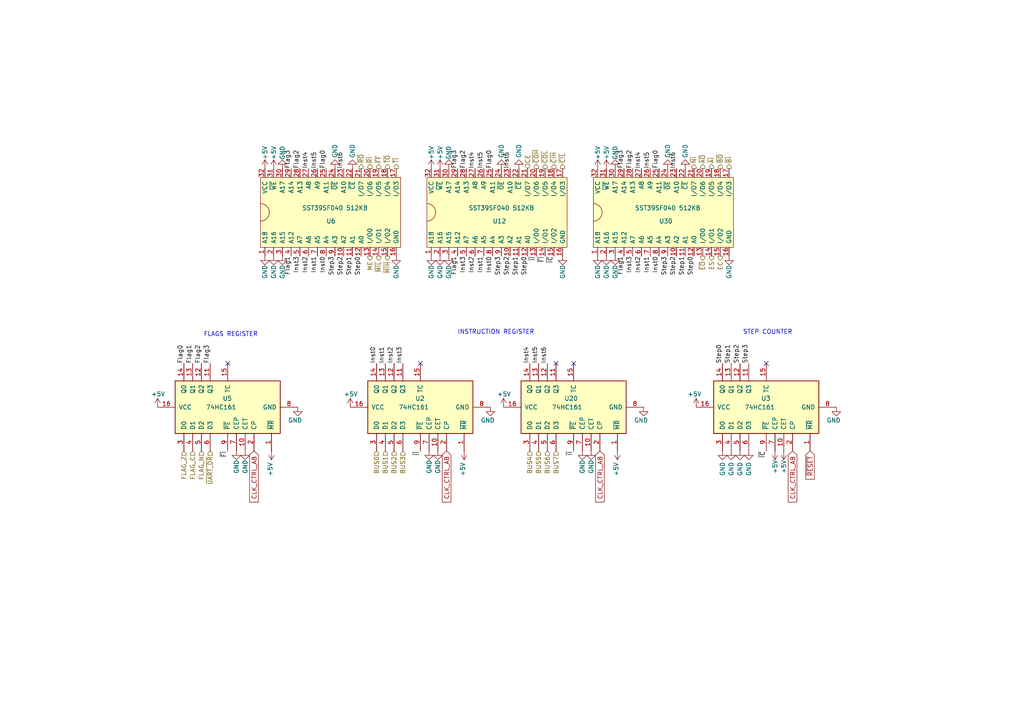
<source format=kicad_sch>
(kicad_sch (version 20211123) (generator eeschema)

  (uuid c18879d7-0c74-457d-a054-059a8a97e0ae)

  (paper "A4")

  (title_block
    (title "Control Logic")
    (date "2023-10-27")
    (rev "2.0")
    (comment 2 "creativecommons.org/licenses/by-nc-sa/4.0/")
    (comment 3 "This work is licensed under CC BY-NC-SA 4.0")
    (comment 4 "Author: Carsten Herting (slu4)")
  )

  (lib_symbols
    (symbol "8-Bit CPU 32k:74HC161" (pin_names (offset 1.016)) (in_bom yes) (on_board yes)
      (property "Reference" "U" (id 0) (at -7.62 16.51 0)
        (effects (font (size 1.27 1.27)))
      )
      (property "Value" "74HC161" (id 1) (at -7.62 -16.51 0)
        (effects (font (size 1.27 1.27)))
      )
      (property "Footprint" "" (id 2) (at 0 0 0)
        (effects (font (size 1.27 1.27)) hide)
      )
      (property "Datasheet" "http://www.ti.com/lit/gpn/sn74LS161" (id 3) (at 0 0 0)
        (effects (font (size 1.27 1.27)) hide)
      )
      (property "ki_locked" "" (id 4) (at 0 0 0)
        (effects (font (size 1.27 1.27)))
      )
      (property "ki_keywords" "TTL CNT CNT4" (id 5) (at 0 0 0)
        (effects (font (size 1.27 1.27)) hide)
      )
      (property "ki_description" "Synchronous 4-bit programmable binary Counter" (id 6) (at 0 0 0)
        (effects (font (size 1.27 1.27)) hide)
      )
      (property "ki_fp_filters" "DIP?16*" (id 7) (at 0 0 0)
        (effects (font (size 1.27 1.27)) hide)
      )
      (symbol "74HC161_1_0"
        (pin input line (at -12.7 -12.7 0) (length 5.08)
          (name "~{MR}" (effects (font (size 1.27 1.27))))
          (number "1" (effects (font (size 1.27 1.27))))
        )
        (pin input line (at -12.7 -5.08 0) (length 5.08)
          (name "CET" (effects (font (size 1.27 1.27))))
          (number "10" (effects (font (size 1.27 1.27))))
        )
        (pin output line (at 12.7 5.08 180) (length 5.08)
          (name "Q3" (effects (font (size 1.27 1.27))))
          (number "11" (effects (font (size 1.27 1.27))))
        )
        (pin output line (at 12.7 7.62 180) (length 5.08)
          (name "Q2" (effects (font (size 1.27 1.27))))
          (number "12" (effects (font (size 1.27 1.27))))
        )
        (pin output line (at 12.7 10.16 180) (length 5.08)
          (name "Q1" (effects (font (size 1.27 1.27))))
          (number "13" (effects (font (size 1.27 1.27))))
        )
        (pin output line (at 12.7 12.7 180) (length 5.08)
          (name "Q0" (effects (font (size 1.27 1.27))))
          (number "14" (effects (font (size 1.27 1.27))))
        )
        (pin output line (at 12.7 0 180) (length 5.08)
          (name "TC" (effects (font (size 1.27 1.27))))
          (number "15" (effects (font (size 1.27 1.27))))
        )
        (pin power_in line (at 0 20.32 270) (length 5.08)
          (name "VCC" (effects (font (size 1.27 1.27))))
          (number "16" (effects (font (size 1.27 1.27))))
        )
        (pin input line (at -12.7 -7.62 0) (length 5.08)
          (name "CP" (effects (font (size 1.27 1.27))))
          (number "2" (effects (font (size 1.27 1.27))))
        )
        (pin input line (at -12.7 12.7 0) (length 5.08)
          (name "D0" (effects (font (size 1.27 1.27))))
          (number "3" (effects (font (size 1.27 1.27))))
        )
        (pin input line (at -12.7 10.16 0) (length 5.08)
          (name "D1" (effects (font (size 1.27 1.27))))
          (number "4" (effects (font (size 1.27 1.27))))
        )
        (pin input line (at -12.7 7.62 0) (length 5.08)
          (name "D2" (effects (font (size 1.27 1.27))))
          (number "5" (effects (font (size 1.27 1.27))))
        )
        (pin input line (at -12.7 5.08 0) (length 5.08)
          (name "D3" (effects (font (size 1.27 1.27))))
          (number "6" (effects (font (size 1.27 1.27))))
        )
        (pin input line (at -12.7 -2.54 0) (length 5.08)
          (name "CEP" (effects (font (size 1.27 1.27))))
          (number "7" (effects (font (size 1.27 1.27))))
        )
        (pin power_in line (at 0 -20.32 90) (length 5.08)
          (name "GND" (effects (font (size 1.27 1.27))))
          (number "8" (effects (font (size 1.27 1.27))))
        )
        (pin input line (at -12.7 0 0) (length 5.08)
          (name "~{PE}" (effects (font (size 1.27 1.27))))
          (number "9" (effects (font (size 1.27 1.27))))
        )
      )
      (symbol "74HC161_1_1"
        (rectangle (start -7.62 15.24) (end 7.62 -15.24)
          (stroke (width 0.254) (type default) (color 0 0 0 0))
          (fill (type background))
        )
      )
    )
    (symbol "8-Bit CPU 32k:SST39SF040A" (pin_names (offset 1.016)) (in_bom yes) (on_board yes)
      (property "Reference" "U" (id 0) (at -1.27 2.54 90)
        (effects (font (size 1.27 1.27)))
      )
      (property "Value" "SST39SF040A" (id 1) (at 2.54 2.54 90)
        (effects (font (size 1.27 1.27)))
      )
      (property "Footprint" "" (id 2) (at 0 0 0)
        (effects (font (size 1.27 1.27)) hide)
      )
      (property "Datasheet" "" (id 3) (at 0 0 0)
        (effects (font (size 1.27 1.27)) hide)
      )
      (symbol "SST39SF040A_0_1"
        (rectangle (start -10.16 24.13) (end 10.16 -16.51)
          (stroke (width 0) (type default) (color 0 0 0 0))
          (fill (type background))
        )
        (arc (start -2.54 24.13) (mid 0 21.59) (end 2.54 24.13)
          (stroke (width 0) (type default) (color 0 0 0 0))
          (fill (type none))
        )
      )
      (symbol "SST39SF040A_1_1"
        (pin input line (at -12.7 22.86 0) (length 2.54)
          (name "A18" (effects (font (size 1.27 1.27))))
          (number "1" (effects (font (size 1.27 1.27))))
        )
        (pin input line (at -12.7 0 0) (length 2.54)
          (name "A2" (effects (font (size 1.27 1.27))))
          (number "10" (effects (font (size 1.27 1.27))))
        )
        (pin input line (at -12.7 -2.54 0) (length 2.54)
          (name "A1" (effects (font (size 1.27 1.27))))
          (number "11" (effects (font (size 1.27 1.27))))
        )
        (pin input line (at -12.7 -5.08 0) (length 2.54)
          (name "A0" (effects (font (size 1.27 1.27))))
          (number "12" (effects (font (size 1.27 1.27))))
        )
        (pin bidirectional line (at -12.7 -7.62 0) (length 2.54)
          (name "I/O0" (effects (font (size 1.27 1.27))))
          (number "13" (effects (font (size 1.27 1.27))))
        )
        (pin bidirectional line (at -12.7 -10.16 0) (length 2.54)
          (name "I/O1" (effects (font (size 1.27 1.27))))
          (number "14" (effects (font (size 1.27 1.27))))
        )
        (pin bidirectional line (at -12.7 -12.7 0) (length 2.54)
          (name "I/O2" (effects (font (size 1.27 1.27))))
          (number "15" (effects (font (size 1.27 1.27))))
        )
        (pin power_in line (at -12.7 -15.24 0) (length 2.54)
          (name "GND" (effects (font (size 1.27 1.27))))
          (number "16" (effects (font (size 1.27 1.27))))
        )
        (pin bidirectional line (at 12.7 -15.24 180) (length 2.54)
          (name "I/O3" (effects (font (size 1.27 1.27))))
          (number "17" (effects (font (size 1.27 1.27))))
        )
        (pin bidirectional line (at 12.7 -12.7 180) (length 2.54)
          (name "I/O4" (effects (font (size 1.27 1.27))))
          (number "18" (effects (font (size 1.27 1.27))))
        )
        (pin bidirectional line (at 12.7 -10.16 180) (length 2.54)
          (name "I/O5" (effects (font (size 1.27 1.27))))
          (number "19" (effects (font (size 1.27 1.27))))
        )
        (pin input line (at -12.7 20.32 0) (length 2.54)
          (name "A16" (effects (font (size 1.27 1.27))))
          (number "2" (effects (font (size 1.27 1.27))))
        )
        (pin bidirectional line (at 12.7 -7.62 180) (length 2.54)
          (name "I/O6" (effects (font (size 1.27 1.27))))
          (number "20" (effects (font (size 1.27 1.27))))
        )
        (pin bidirectional line (at 12.7 -5.08 180) (length 2.54)
          (name "I/O7" (effects (font (size 1.27 1.27))))
          (number "21" (effects (font (size 1.27 1.27))))
        )
        (pin input line (at 12.7 -2.54 180) (length 2.54)
          (name "~{CE}" (effects (font (size 1.27 1.27))))
          (number "22" (effects (font (size 1.27 1.27))))
        )
        (pin input line (at 12.7 0 180) (length 2.54)
          (name "A10" (effects (font (size 1.27 1.27))))
          (number "23" (effects (font (size 1.27 1.27))))
        )
        (pin input line (at 12.7 2.54 180) (length 2.54)
          (name "~{OE}" (effects (font (size 1.27 1.27))))
          (number "24" (effects (font (size 1.27 1.27))))
        )
        (pin input line (at 12.7 5.08 180) (length 2.54)
          (name "A11" (effects (font (size 1.27 1.27))))
          (number "25" (effects (font (size 1.27 1.27))))
        )
        (pin input line (at 12.7 7.62 180) (length 2.54)
          (name "A9" (effects (font (size 1.27 1.27))))
          (number "26" (effects (font (size 1.27 1.27))))
        )
        (pin input line (at 12.7 10.16 180) (length 2.54)
          (name "A8" (effects (font (size 1.27 1.27))))
          (number "27" (effects (font (size 1.27 1.27))))
        )
        (pin input line (at 12.7 12.7 180) (length 2.54)
          (name "A13" (effects (font (size 1.27 1.27))))
          (number "28" (effects (font (size 1.27 1.27))))
        )
        (pin input line (at 12.7 15.24 180) (length 2.54)
          (name "A14" (effects (font (size 1.27 1.27))))
          (number "29" (effects (font (size 1.27 1.27))))
        )
        (pin input line (at -12.7 17.78 0) (length 2.54)
          (name "A15" (effects (font (size 1.27 1.27))))
          (number "3" (effects (font (size 1.27 1.27))))
        )
        (pin input line (at 12.7 17.78 180) (length 2.54)
          (name "A17" (effects (font (size 1.27 1.27))))
          (number "30" (effects (font (size 1.27 1.27))))
        )
        (pin input line (at 12.7 20.32 180) (length 2.54)
          (name "~{WE}" (effects (font (size 1.27 1.27))))
          (number "31" (effects (font (size 1.27 1.27))))
        )
        (pin power_in line (at 12.7 22.86 180) (length 2.54)
          (name "VCC" (effects (font (size 1.27 1.27))))
          (number "32" (effects (font (size 1.27 1.27))))
        )
        (pin input line (at -12.7 15.24 0) (length 2.54)
          (name "A12" (effects (font (size 1.27 1.27))))
          (number "4" (effects (font (size 1.27 1.27))))
        )
        (pin input line (at -12.7 12.7 0) (length 2.54)
          (name "A7" (effects (font (size 1.27 1.27))))
          (number "5" (effects (font (size 1.27 1.27))))
        )
        (pin input line (at -12.7 10.16 0) (length 2.54)
          (name "A6" (effects (font (size 1.27 1.27))))
          (number "6" (effects (font (size 1.27 1.27))))
        )
        (pin input line (at -12.7 7.62 0) (length 2.54)
          (name "A5" (effects (font (size 1.27 1.27))))
          (number "7" (effects (font (size 1.27 1.27))))
        )
        (pin input line (at -12.7 5.08 0) (length 2.54)
          (name "A4" (effects (font (size 1.27 1.27))))
          (number "8" (effects (font (size 1.27 1.27))))
        )
        (pin input line (at -12.7 2.54 0) (length 2.54)
          (name "A3" (effects (font (size 1.27 1.27))))
          (number "9" (effects (font (size 1.27 1.27))))
        )
      )
    )
    (symbol "power:+5V" (power) (pin_names (offset 0)) (in_bom yes) (on_board yes)
      (property "Reference" "#PWR" (id 0) (at 0 -3.81 0)
        (effects (font (size 1.27 1.27)) hide)
      )
      (property "Value" "+5V" (id 1) (at 0 3.556 0)
        (effects (font (size 1.27 1.27)))
      )
      (property "Footprint" "" (id 2) (at 0 0 0)
        (effects (font (size 1.27 1.27)) hide)
      )
      (property "Datasheet" "" (id 3) (at 0 0 0)
        (effects (font (size 1.27 1.27)) hide)
      )
      (property "ki_keywords" "power-flag" (id 4) (at 0 0 0)
        (effects (font (size 1.27 1.27)) hide)
      )
      (property "ki_description" "Power symbol creates a global label with name \"+5V\"" (id 5) (at 0 0 0)
        (effects (font (size 1.27 1.27)) hide)
      )
      (symbol "+5V_0_1"
        (polyline
          (pts
            (xy -0.762 1.27)
            (xy 0 2.54)
          )
          (stroke (width 0) (type default) (color 0 0 0 0))
          (fill (type none))
        )
        (polyline
          (pts
            (xy 0 0)
            (xy 0 2.54)
          )
          (stroke (width 0) (type default) (color 0 0 0 0))
          (fill (type none))
        )
        (polyline
          (pts
            (xy 0 2.54)
            (xy 0.762 1.27)
          )
          (stroke (width 0) (type default) (color 0 0 0 0))
          (fill (type none))
        )
      )
      (symbol "+5V_1_1"
        (pin power_in line (at 0 0 90) (length 0) hide
          (name "+5V" (effects (font (size 1.27 1.27))))
          (number "1" (effects (font (size 1.27 1.27))))
        )
      )
    )
    (symbol "power:GND" (power) (pin_names (offset 0)) (in_bom yes) (on_board yes)
      (property "Reference" "#PWR" (id 0) (at 0 -6.35 0)
        (effects (font (size 1.27 1.27)) hide)
      )
      (property "Value" "GND" (id 1) (at 0 -3.81 0)
        (effects (font (size 1.27 1.27)))
      )
      (property "Footprint" "" (id 2) (at 0 0 0)
        (effects (font (size 1.27 1.27)) hide)
      )
      (property "Datasheet" "" (id 3) (at 0 0 0)
        (effects (font (size 1.27 1.27)) hide)
      )
      (property "ki_keywords" "power-flag" (id 4) (at 0 0 0)
        (effects (font (size 1.27 1.27)) hide)
      )
      (property "ki_description" "Power symbol creates a global label with name \"GND\" , ground" (id 5) (at 0 0 0)
        (effects (font (size 1.27 1.27)) hide)
      )
      (symbol "GND_0_1"
        (polyline
          (pts
            (xy 0 0)
            (xy 0 -1.27)
            (xy 1.27 -1.27)
            (xy 0 -2.54)
            (xy -1.27 -1.27)
            (xy 0 -1.27)
          )
          (stroke (width 0) (type default) (color 0 0 0 0))
          (fill (type none))
        )
      )
      (symbol "GND_1_1"
        (pin power_in line (at 0 0 270) (length 0) hide
          (name "GND" (effects (font (size 1.27 1.27))))
          (number "1" (effects (font (size 1.27 1.27))))
        )
      )
    )
  )


  (no_connect (at 161.29 105.41) (uuid 3a0f6d04-703d-4384-815e-ee5179f31d7e))
  (no_connect (at 166.37 105.41) (uuid 79b7ee6f-8a04-4cbe-9384-e86f8a75f1fa))
  (no_connect (at 121.92 105.41) (uuid 79b7ee6f-8a04-4cbe-9384-e86f8a75f1fb))
  (no_connect (at 222.25 105.41) (uuid 9f4e8453-f6eb-4714-96ec-a72517d8df9f))
  (no_connect (at 66.04 105.41) (uuid c715f578-2b9c-4387-9248-c284eec5ad5d))

  (text "FLAGS REGISTER" (at 59.055 97.79 0)
    (effects (font (size 1.27 1.27)) (justify left bottom))
    (uuid 1f794d15-f07a-4f72-8970-aa8eec1b136c)
  )
  (text "INSTRUCTION REGISTER" (at 132.715 97.155 0)
    (effects (font (size 1.27 1.27)) (justify left bottom))
    (uuid a26ccca5-c014-4514-a956-893fd864e58a)
  )
  (text "STEP COUNTER" (at 229.87 97.155 180)
    (effects (font (size 1.27 1.27)) (justify right bottom))
    (uuid b4b16297-6030-413b-8f6b-192908356bda)
  )

  (label "Flag1" (at 132.715 74.295 270)
    (effects (font (size 1.27 1.27)) (justify right bottom))
    (uuid 03d96bdb-d2eb-40ab-99d8-b54adb55adf5)
  )
  (label "Inst5" (at 140.335 48.895 90)
    (effects (font (size 1.27 1.27)) (justify left bottom))
    (uuid 052f823d-72bc-4600-9f8b-76c63eb791e8)
  )
  (label "Inst6" (at 147.955 48.895 90)
    (effects (font (size 1.27 1.27)) (justify left bottom))
    (uuid 07ba4ad5-ce4d-44c2-a4cc-0a4c807973bf)
  )
  (label "Step0" (at 104.775 74.295 270)
    (effects (font (size 1.27 1.27)) (justify right bottom))
    (uuid 0cb3be18-6108-49e5-ba5a-e3ffa09e04a5)
  )
  (label "Inst6" (at 196.215 48.895 90)
    (effects (font (size 1.27 1.27)) (justify left bottom))
    (uuid 120907fe-1950-4252-a8b8-60513476700d)
  )
  (label "Step1" (at 102.235 74.295 270)
    (effects (font (size 1.27 1.27)) (justify right bottom))
    (uuid 18323d8a-346a-47a7-9ec0-1acf066f5195)
  )
  (label "Inst5" (at 156.21 105.41 90)
    (effects (font (size 1.27 1.27)) (justify left bottom))
    (uuid 1a537ce9-ad0f-4c3a-8c9c-4d69d5fa816e)
  )
  (label "Step2" (at 147.955 74.295 270)
    (effects (font (size 1.27 1.27)) (justify right bottom))
    (uuid 1bcb8bdd-1bf6-43a1-a3a7-ed5f63689125)
  )
  (label "Inst2" (at 89.535 74.295 270)
    (effects (font (size 1.27 1.27)) (justify right bottom))
    (uuid 23b55ebf-f5e4-4a83-8138-132c6c4309d3)
  )
  (label "Inst4" (at 137.795 48.895 90)
    (effects (font (size 1.27 1.27)) (justify left bottom))
    (uuid 24147615-603e-4a8d-bdae-ea5a3c799ead)
  )
  (label "Flag1" (at 55.88 105.41 90)
    (effects (font (size 1.27 1.27)) (justify left bottom))
    (uuid 26d14299-6156-404d-aa63-7cef78eb5bbf)
  )
  (label "Flag2" (at 183.515 48.895 90)
    (effects (font (size 1.27 1.27)) (justify left bottom))
    (uuid 2e9d74de-1bcc-4e82-bc84-b48b389dfa0e)
  )
  (label "Flag2" (at 135.255 48.895 90)
    (effects (font (size 1.27 1.27)) (justify left bottom))
    (uuid 338d9e3a-2498-4542-af47-5ea7c815b2a8)
  )
  (label "Inst3" (at 183.515 74.295 270)
    (effects (font (size 1.27 1.27)) (justify right bottom))
    (uuid 34a103af-647f-4719-bc42-d57ce8bb18a3)
  )
  (label "~{IC}" (at 222.25 130.81 270)
    (effects (font (size 1.27 1.27)) (justify right bottom))
    (uuid 377760cc-6c4f-446a-91f0-16670a4d84c7)
  )
  (label "Step0" (at 153.035 74.295 270)
    (effects (font (size 1.27 1.27)) (justify right bottom))
    (uuid 37776227-9eee-488f-8e7c-617e091ebd57)
  )
  (label "Flag2" (at 86.995 48.895 90)
    (effects (font (size 1.27 1.27)) (justify left bottom))
    (uuid 38b793c4-d183-49a8-b64e-b0db03971012)
  )
  (label "Flag3" (at 180.975 48.895 90)
    (effects (font (size 1.27 1.27)) (justify left bottom))
    (uuid 3b1d8cc2-9ebe-4765-aebd-62f3cab6ea46)
  )
  (label "Flag3" (at 60.96 105.41 90)
    (effects (font (size 1.27 1.27)) (justify left bottom))
    (uuid 3b271352-814f-4f8a-8508-e1fe43b08ccc)
  )
  (label "Flag2" (at 58.42 105.41 90)
    (effects (font (size 1.27 1.27)) (justify left bottom))
    (uuid 4ac2e943-d87a-4bff-a4af-c6ae0395835f)
  )
  (label "Step3" (at 145.415 74.295 270)
    (effects (font (size 1.27 1.27)) (justify right bottom))
    (uuid 4ec1b51a-72ff-4a25-ba70-e94a058d2dfe)
  )
  (label "Step2" (at 99.695 74.295 270)
    (effects (font (size 1.27 1.27)) (justify right bottom))
    (uuid 51d7e5a0-f026-4046-a757-082446a898a4)
  )
  (label "Inst1" (at 140.335 74.295 270)
    (effects (font (size 1.27 1.27)) (justify right bottom))
    (uuid 51e85aca-6b27-409c-aa29-31cfeaf65abc)
  )
  (label "Flag0" (at 94.615 48.895 90)
    (effects (font (size 1.27 1.27)) (justify left bottom))
    (uuid 54146300-6396-499e-90de-295d3a22490b)
  )
  (label "Inst0" (at 191.135 74.295 270)
    (effects (font (size 1.27 1.27)) (justify right bottom))
    (uuid 578ebf06-1ec5-4ab3-9cf5-bc64fcdb05b3)
  )
  (label "Inst2" (at 186.055 74.295 270)
    (effects (font (size 1.27 1.27)) (justify right bottom))
    (uuid 57c953ba-8604-4a33-8e4b-1db60d4e2a49)
  )
  (label "Inst2" (at 137.795 74.295 270)
    (effects (font (size 1.27 1.27)) (justify right bottom))
    (uuid 58f874e8-9ba0-45f5-991c-8958c9f801df)
  )
  (label "Inst6" (at 99.695 48.895 90)
    (effects (font (size 1.27 1.27)) (justify left bottom))
    (uuid 5ff52d43-3a36-488d-9dff-1e19917fa891)
  )
  (label "~{FI}" (at 66.04 130.81 270)
    (effects (font (size 1.27 1.27)) (justify right bottom))
    (uuid 623daf38-3624-46af-b60d-308b46f690fc)
  )
  (label "Flag3" (at 132.715 48.895 90)
    (effects (font (size 1.27 1.27)) (justify left bottom))
    (uuid 6e257790-0961-48d4-a499-342189c25bd5)
  )
  (label "Inst5" (at 92.075 48.895 90)
    (effects (font (size 1.27 1.27)) (justify left bottom))
    (uuid 6eaf6328-04cf-4b35-a878-6ae15a7e629e)
  )
  (label "~{II}" (at 155.575 74.295 270)
    (effects (font (size 1.27 1.27)) (justify right bottom))
    (uuid 6f1acfbb-baf0-40ae-9523-2d0f1f88e92a)
  )
  (label "Inst3" (at 135.255 74.295 270)
    (effects (font (size 1.27 1.27)) (justify right bottom))
    (uuid 76571700-2d33-4db2-b24f-abc343c39d4f)
  )
  (label "Inst2" (at 114.3 105.41 90)
    (effects (font (size 1.27 1.27)) (justify left bottom))
    (uuid 7b3dfd06-db7b-4a64-a991-bdcea309a6fa)
  )
  (label "Step1" (at 212.09 105.41 90)
    (effects (font (size 1.27 1.27)) (justify left bottom))
    (uuid 7f85e937-6fd0-4d22-b1d9-2c5294fd0b77)
  )
  (label "Inst3" (at 116.84 105.41 90)
    (effects (font (size 1.27 1.27)) (justify left bottom))
    (uuid 8b59f863-2cc6-4713-8965-deb050b6880e)
  )
  (label "Flag1" (at 84.455 74.295 270)
    (effects (font (size 1.27 1.27)) (justify right bottom))
    (uuid 907d03a2-4ade-4942-bb35-876963265dd2)
  )
  (label "Step0" (at 201.295 74.295 270)
    (effects (font (size 1.27 1.27)) (justify right bottom))
    (uuid 92ce7b31-5b43-418f-82f9-ccfd2c056c82)
  )
  (label "Flag0" (at 53.34 105.41 90)
    (effects (font (size 1.27 1.27)) (justify left bottom))
    (uuid 9c51a505-d64a-4a3e-8ac8-ae8be14b6703)
  )
  (label "Step1" (at 198.755 74.295 270)
    (effects (font (size 1.27 1.27)) (justify right bottom))
    (uuid 9e2925c1-4ae9-438e-9e7f-10943b8ffd83)
  )
  (label "Inst6" (at 158.75 105.41 90)
    (effects (font (size 1.27 1.27)) (justify left bottom))
    (uuid a3c6483a-35d7-4782-a7b3-ea75ca3f8b33)
  )
  (label "Inst4" (at 153.67 105.41 90)
    (effects (font (size 1.27 1.27)) (justify left bottom))
    (uuid a99afe2d-52b3-4009-8682-f4b5d21ceab8)
  )
  (label "Flag3" (at 84.455 48.895 90)
    (effects (font (size 1.27 1.27)) (justify left bottom))
    (uuid ab8b1100-4e31-4a21-9094-c357ca88f9b5)
  )
  (label "Inst4" (at 89.535 48.895 90)
    (effects (font (size 1.27 1.27)) (justify left bottom))
    (uuid b2920963-3f1b-4503-8009-decb823599c0)
  )
  (label "Inst0" (at 109.22 105.41 90)
    (effects (font (size 1.27 1.27)) (justify left bottom))
    (uuid b29943c7-d065-4867-b9a8-94b4c9b1f4b8)
  )
  (label "~{II}" (at 121.92 130.81 270)
    (effects (font (size 1.27 1.27)) (justify right bottom))
    (uuid b83d608e-93f7-4f8f-9306-7b46320bc549)
  )
  (label "Step0" (at 209.55 105.41 90)
    (effects (font (size 1.27 1.27)) (justify left bottom))
    (uuid c08414c6-4b89-497d-ba27-efe70513f415)
  )
  (label "Inst1" (at 188.595 74.295 270)
    (effects (font (size 1.27 1.27)) (justify right bottom))
    (uuid cc9b538a-5c7f-41ba-a12c-e0731e360bbf)
  )
  (label "~{II}" (at 166.37 130.81 270)
    (effects (font (size 1.27 1.27)) (justify right bottom))
    (uuid cdc79182-fc68-4254-b5c2-196461059743)
  )
  (label "Step3" (at 193.675 74.295 270)
    (effects (font (size 1.27 1.27)) (justify right bottom))
    (uuid d89eb8ce-acc2-4f51-a494-256c34088c9a)
  )
  (label "Step3" (at 217.17 105.41 90)
    (effects (font (size 1.27 1.27)) (justify left bottom))
    (uuid dae7f161-3cab-4bb1-b50d-7e6402538099)
  )
  (label "~{FI}" (at 158.115 74.295 270)
    (effects (font (size 1.27 1.27)) (justify right bottom))
    (uuid dc4acac9-d9d1-4c3e-8e13-d26eef7b828b)
  )
  (label "Inst5" (at 188.595 48.895 90)
    (effects (font (size 1.27 1.27)) (justify left bottom))
    (uuid df3129c4-ba99-4ac8-afc6-6b1d397c0049)
  )
  (label "Inst1" (at 111.76 105.41 90)
    (effects (font (size 1.27 1.27)) (justify left bottom))
    (uuid e0e1fced-55e8-43a7-ad9b-fc0cc6e55dc1)
  )
  (label "Flag1" (at 180.975 74.295 270)
    (effects (font (size 1.27 1.27)) (justify right bottom))
    (uuid e440c0a4-05db-4c99-a7cc-76b4137369d2)
  )
  (label "Inst0" (at 94.615 74.295 270)
    (effects (font (size 1.27 1.27)) (justify right bottom))
    (uuid e4ac7567-4d88-4478-83d8-34be5839a5c9)
  )
  (label "Inst3" (at 86.995 74.295 270)
    (effects (font (size 1.27 1.27)) (justify right bottom))
    (uuid e52f4f5f-f8b8-4278-846f-08fb0bf8e8b6)
  )
  (label "Inst4" (at 186.055 48.895 90)
    (effects (font (size 1.27 1.27)) (justify left bottom))
    (uuid e67e5a5a-3112-4c96-bccf-bfbfcfbdf9f5)
  )
  (label "Step2" (at 214.63 105.41 90)
    (effects (font (size 1.27 1.27)) (justify left bottom))
    (uuid e7b59f0e-3d3e-4d8b-b755-c116729f6ad8)
  )
  (label "Step3" (at 97.155 74.295 270)
    (effects (font (size 1.27 1.27)) (justify right bottom))
    (uuid ecc8bf54-f584-400a-b66c-8e0c18b1d8dd)
  )
  (label "Inst0" (at 142.875 74.295 270)
    (effects (font (size 1.27 1.27)) (justify right bottom))
    (uuid efe91afe-2b0b-4141-b5be-2a5199daebb8)
  )
  (label "Step2" (at 196.215 74.295 270)
    (effects (font (size 1.27 1.27)) (justify right bottom))
    (uuid f0e79223-74da-47fb-9da8-56eb91f32ce0)
  )
  (label "Flag0" (at 142.875 48.895 90)
    (effects (font (size 1.27 1.27)) (justify left bottom))
    (uuid f2fb987a-52e6-456b-96d6-2b2962466884)
  )
  (label "Inst1" (at 92.075 74.295 270)
    (effects (font (size 1.27 1.27)) (justify right bottom))
    (uuid f3910057-b415-437a-9acc-5c4b40a2f656)
  )
  (label "~{IC}" (at 160.655 74.295 270)
    (effects (font (size 1.27 1.27)) (justify right bottom))
    (uuid f3d05eb9-6eea-450f-a5ae-42c534a67c8d)
  )
  (label "Flag0" (at 191.135 48.895 90)
    (effects (font (size 1.27 1.27)) (justify left bottom))
    (uuid f52ad221-4e92-41ba-92cf-ef280091c5db)
  )
  (label "Step1" (at 150.495 74.295 270)
    (effects (font (size 1.27 1.27)) (justify right bottom))
    (uuid feba31c3-fdf7-4c71-8748-0ee67f640535)
  )

  (global_label "CLK_CTRL_AB" (shape input) (at 73.66 130.81 270) (fields_autoplaced)
    (effects (font (size 1.27 1.27)) (justify right))
    (uuid 145b8cbd-a74a-4922-895b-7f819b20b9b3)
    (property "Intersheet References" "${INTERSHEET_REFS}" (id 0) (at 73.5806 145.5318 90)
      (effects (font (size 1.27 1.27)) (justify right) hide)
    )
  )
  (global_label "CLK_CTRL_AB" (shape input) (at 129.54 130.81 270) (fields_autoplaced)
    (effects (font (size 1.27 1.27)) (justify right))
    (uuid 156ab89c-f06b-44ab-97f7-b3c3f27d8fda)
    (property "Intersheet References" "${INTERSHEET_REFS}" (id 0) (at 129.4606 145.5318 90)
      (effects (font (size 1.27 1.27)) (justify right) hide)
    )
  )
  (global_label "~{RESET}" (shape input) (at 234.95 130.81 270) (fields_autoplaced)
    (effects (font (size 1.27 1.27)) (justify right))
    (uuid 18bd7d2a-46dd-49db-841d-bca93d2d6c39)
    (property "Intersheet References" "${INTERSHEET_REFS}" (id 0) (at 184.15 313.69 0)
      (effects (font (size 1.27 1.27)) (justify left) hide)
    )
  )
  (global_label "CLK_CTRL_AB" (shape input) (at 229.87 130.81 270) (fields_autoplaced)
    (effects (font (size 1.27 1.27)) (justify right))
    (uuid 32510c5e-2a55-4c88-9643-8e5ae0b2869d)
    (property "Intersheet References" "${INTERSHEET_REFS}" (id 0) (at 229.7906 145.5318 90)
      (effects (font (size 1.27 1.27)) (justify right) hide)
    )
  )
  (global_label "CLK_CTRL_AB" (shape input) (at 173.99 130.81 270) (fields_autoplaced)
    (effects (font (size 1.27 1.27)) (justify right))
    (uuid 3343c3d4-619b-4777-8d00-f74643c0ed57)
    (property "Intersheet References" "${INTERSHEET_REFS}" (id 0) (at 173.9106 145.5318 90)
      (effects (font (size 1.27 1.27)) (justify right) hide)
    )
  )

  (hierarchical_label "~{AO}" (shape output) (at 203.835 48.895 90)
    (effects (font (size 1.27 1.27)) (justify left))
    (uuid 0468e42b-2b56-4546-acea-d7a834229433)
  )
  (hierarchical_label "BUS2" (shape input) (at 114.3 130.81 270)
    (effects (font (size 1.27 1.27)) (justify right))
    (uuid 06d789ca-6fd7-414b-a456-29428b810f10)
  )
  (hierarchical_label "~{BI}" (shape output) (at 211.455 48.895 90)
    (effects (font (size 1.27 1.27)) (justify left))
    (uuid 0858f1da-6dcc-4e54-8d63-d286726bf2e8)
  )
  (hierarchical_label "BUS0" (shape input) (at 109.22 130.81 270)
    (effects (font (size 1.27 1.27)) (justify right))
    (uuid 12a15641-6317-4b39-aad1-6b0442ddb874)
  )
  (hierarchical_label "BUS4" (shape input) (at 153.67 130.81 270)
    (effects (font (size 1.27 1.27)) (justify right))
    (uuid 13f67aa8-d020-4dc1-9d94-b7be316f092f)
  )
  (hierarchical_label "FLAG_C" (shape input) (at 55.88 130.81 270)
    (effects (font (size 1.27 1.27)) (justify right))
    (uuid 1634f115-4db8-46d0-b4b1-fad6de136a99)
  )
  (hierarchical_label "~{CIH}" (shape output) (at 160.655 48.895 90)
    (effects (font (size 1.27 1.27)) (justify left))
    (uuid 17a2c138-b78c-4ef9-91cd-c0d7342c21ef)
  )
  (hierarchical_label "CE" (shape input) (at 153.035 48.895 90)
    (effects (font (size 1.27 1.27)) (justify left))
    (uuid 1802e0f3-5878-4db1-838e-bb4e32f332b1)
  )
  (hierarchical_label "~{TI}" (shape output) (at 114.935 48.895 90)
    (effects (font (size 1.27 1.27)) (justify left))
    (uuid 1818a9d1-af27-464f-8136-28e89f34ccb5)
  )
  (hierarchical_label "FLAG_N" (shape input) (at 58.42 130.81 270)
    (effects (font (size 1.27 1.27)) (justify right))
    (uuid 233a686a-ac18-4fda-bb3f-a148e2b9ad48)
  )
  (hierarchical_label "~{EO}" (shape output) (at 203.835 74.295 270)
    (effects (font (size 1.27 1.27)) (justify right))
    (uuid 312a0624-5099-44be-bf9f-80e3a4423aee)
  )
  (hierarchical_label "FLAG_Z" (shape input) (at 53.34 130.81 270)
    (effects (font (size 1.27 1.27)) (justify right))
    (uuid 3982bb4d-78b9-4a4f-bd0d-20d41e39edf6)
  )
  (hierarchical_label "~{CIL}" (shape output) (at 163.195 48.895 90)
    (effects (font (size 1.27 1.27)) (justify left))
    (uuid 3ac0c9a6-740a-4bc3-8617-83a69188a655)
  )
  (hierarchical_label "BUS5" (shape input) (at 156.21 130.81 270)
    (effects (font (size 1.27 1.27)) (justify right))
    (uuid 517346fd-df41-485a-98bd-dd5584184787)
  )
  (hierarchical_label "~{MIH}" (shape output) (at 112.395 74.295 270)
    (effects (font (size 1.27 1.27)) (justify right))
    (uuid 637c0121-8f43-4fa9-bc97-9258aa31ee5a)
  )
  (hierarchical_label "~{UART_DR}" (shape input) (at 60.96 130.81 270)
    (effects (font (size 1.27 1.27)) (justify right))
    (uuid 66d85a5e-a883-4976-88bc-52a8cb661b84)
  )
  (hierarchical_label "ES" (shape output) (at 206.375 74.295 270)
    (effects (font (size 1.27 1.27)) (justify right))
    (uuid 74321de8-fe1c-4217-af8b-f2668704e782)
  )
  (hierarchical_label "~{COH}" (shape output) (at 155.575 48.895 90)
    (effects (font (size 1.27 1.27)) (justify left))
    (uuid 7877416b-19ba-4f44-a43d-a63d0e15689b)
  )
  (hierarchical_label "~{AI}" (shape output) (at 206.375 48.895 90)
    (effects (font (size 1.27 1.27)) (justify left))
    (uuid 90f7ad8e-97de-4fac-a0a4-b563e8e5fb5b)
  )
  (hierarchical_label "BUS7" (shape input) (at 161.29 130.81 270)
    (effects (font (size 1.27 1.27)) (justify right))
    (uuid 9183f68f-f08b-43ac-9f22-552a7ad5f44a)
  )
  (hierarchical_label "EC" (shape output) (at 208.915 74.295 270)
    (effects (font (size 1.27 1.27)) (justify right))
    (uuid 970ba4ea-f0ab-4153-803a-f124021a35ae)
  )
  (hierarchical_label "ME" (shape output) (at 107.315 74.295 270)
    (effects (font (size 1.27 1.27)) (justify right))
    (uuid 98a21899-afb0-4e63-b0f3-a5c7e1d89cf0)
  )
  (hierarchical_label "~{RO}" (shape output) (at 104.775 48.895 90)
    (effects (font (size 1.27 1.27)) (justify left))
    (uuid 9bad6959-c6c6-4282-993f-a135e4178a04)
  )
  (hierarchical_label "BUS6" (shape input) (at 158.75 130.81 270)
    (effects (font (size 1.27 1.27)) (justify right))
    (uuid a4c7f3e5-3f89-4290-8ed4-79a6b334bbcf)
  )
  (hierarchical_label "BUS1" (shape input) (at 111.76 130.81 270)
    (effects (font (size 1.27 1.27)) (justify right))
    (uuid b08018c9-a547-4893-a9f1-6914aa7ef592)
  )
  (hierarchical_label "~{FF}" (shape output) (at 109.855 48.895 90)
    (effects (font (size 1.27 1.27)) (justify left))
    (uuid b3688888-73b0-4687-b4cd-ca5f44e83644)
  )
  (hierarchical_label "~{COL}" (shape output) (at 158.115 48.895 90)
    (effects (font (size 1.27 1.27)) (justify left))
    (uuid c82988db-18ce-41d8-9658-800fdae31599)
  )
  (hierarchical_label "~{TO}" (shape output) (at 112.395 48.895 90)
    (effects (font (size 1.27 1.27)) (justify left))
    (uuid d85848a3-f71a-4d6a-aa96-09c1e14c3a73)
  )
  (hierarchical_label "BUS3" (shape input) (at 116.84 130.81 270)
    (effects (font (size 1.27 1.27)) (justify right))
    (uuid d9744edf-68d9-4b0d-b845-a1adfe3e0cc4)
  )
  (hierarchical_label "~{RI}" (shape output) (at 107.315 48.895 90)
    (effects (font (size 1.27 1.27)) (justify left))
    (uuid ed2dc778-3b85-4bb1-b3f9-37daa9832ad3)
  )
  (hierarchical_label "~{NI}" (shape output) (at 201.295 48.895 90)
    (effects (font (size 1.27 1.27)) (justify left))
    (uuid ef6b7019-e5c5-4e85-a77a-874d1ec0eb1a)
  )
  (hierarchical_label "~{BO}" (shape output) (at 208.915 48.895 90)
    (effects (font (size 1.27 1.27)) (justify left))
    (uuid f5bc2043-fa0f-44e3-a240-b0825044deb4)
  )
  (hierarchical_label "~{MIL}" (shape output) (at 109.855 74.295 270)
    (effects (font (size 1.27 1.27)) (justify right))
    (uuid ff267eda-7729-4cbe-ad00-070e2e0f5210)
  )

  (symbol (lib_id "power:GND") (at 198.755 48.895 180) (unit 1)
    (in_bom yes) (on_board yes)
    (uuid 00000000-0000-0000-0000-00005f0344c4)
    (property "Reference" "#PWR090" (id 0) (at 198.755 42.545 0)
      (effects (font (size 1.27 1.27)) hide)
    )
    (property "Value" "GND" (id 1) (at 198.755 43.815 90))
    (property "Footprint" "" (id 2) (at 198.755 48.895 0)
      (effects (font (size 1.27 1.27)) hide)
    )
    (property "Datasheet" "" (id 3) (at 198.755 48.895 0)
      (effects (font (size 1.27 1.27)) hide)
    )
    (pin "1" (uuid c6be9549-962e-49df-9ba2-197bceb94893))
  )

  (symbol (lib_id "power:GND") (at 150.495 48.895 180) (unit 1)
    (in_bom yes) (on_board yes)
    (uuid 00000000-0000-0000-0000-00005f03518a)
    (property "Reference" "#PWR078" (id 0) (at 150.495 42.545 0)
      (effects (font (size 1.27 1.27)) hide)
    )
    (property "Value" "GND" (id 1) (at 150.495 43.815 90))
    (property "Footprint" "" (id 2) (at 150.495 48.895 0)
      (effects (font (size 1.27 1.27)) hide)
    )
    (property "Datasheet" "" (id 3) (at 150.495 48.895 0)
      (effects (font (size 1.27 1.27)) hide)
    )
    (pin "1" (uuid a9f94e22-6692-4cf2-a7b1-8a3243498a37))
  )

  (symbol (lib_id "8-Bit CPU 32k:74HC161") (at 222.25 118.11 90) (unit 1)
    (in_bom yes) (on_board yes)
    (uuid 00000000-0000-0000-0000-00005f109570)
    (property "Reference" "U3" (id 0) (at 223.52 115.57 90)
      (effects (font (size 1.27 1.27)) (justify left))
    )
    (property "Value" "74HC161" (id 1) (at 224.79 118.11 90)
      (effects (font (size 1.27 1.27)) (justify left))
    )
    (property "Footprint" "Package_DIP:DIP-16_W7.62mm" (id 2) (at 222.25 118.11 0)
      (effects (font (size 1.27 1.27)) hide)
    )
    (property "Datasheet" "http://www.ti.com/lit/gpn/sn74LS161" (id 3) (at 222.25 118.11 0)
      (effects (font (size 1.27 1.27)) hide)
    )
    (pin "1" (uuid 424df1eb-eefa-4880-8306-1ffcd2a4b074))
    (pin "10" (uuid 6b73696f-0eaf-4fc6-a878-1de562bfb353))
    (pin "11" (uuid 6116e158-b657-4070-ad32-6948b0f0f069))
    (pin "12" (uuid 6cc76de8-0ec0-4646-9563-8bb098aa9e52))
    (pin "13" (uuid 1a6684fd-ffbb-464a-b7a9-be225ce77c57))
    (pin "14" (uuid 2c32bfa7-81d9-450d-beb8-4b5c653b5b7f))
    (pin "15" (uuid 6d1610f4-a6ce-4a1d-a56c-75fe152deb16))
    (pin "16" (uuid 3033184b-1529-4aa6-a031-bf2b0551635e))
    (pin "2" (uuid 5de8479c-29cd-4a92-8bae-091004ceedf8))
    (pin "3" (uuid 296136f3-f0ea-41a0-8432-74372eaca410))
    (pin "4" (uuid 1e03ca2c-b1f4-45cb-a216-bce41a8974a3))
    (pin "5" (uuid 8fd5d2c5-95c7-45cb-aa2d-612fb417600d))
    (pin "6" (uuid 94d0542b-b742-4b7b-8997-936edaf3386a))
    (pin "7" (uuid 37a3cd37-eb28-43f4-bf53-c458289fb62e))
    (pin "8" (uuid f712f4f7-2808-4c17-80a5-4696b896c91b))
    (pin "9" (uuid 8a3f3587-b38c-4586-8c60-e2512f031730))
  )

  (symbol (lib_id "power:GND") (at 145.415 48.895 180) (unit 1)
    (in_bom yes) (on_board yes)
    (uuid 00000000-0000-0000-0000-00005f47098c)
    (property "Reference" "#PWR077" (id 0) (at 145.415 42.545 0)
      (effects (font (size 1.27 1.27)) hide)
    )
    (property "Value" "GND" (id 1) (at 145.415 43.815 90))
    (property "Footprint" "" (id 2) (at 145.415 48.895 0)
      (effects (font (size 1.27 1.27)) hide)
    )
    (property "Datasheet" "" (id 3) (at 145.415 48.895 0)
      (effects (font (size 1.27 1.27)) hide)
    )
    (pin "1" (uuid d3c7740e-beac-4c01-8cd4-9af1ee38d475))
  )

  (symbol (lib_id "power:GND") (at 193.675 48.895 180) (unit 1)
    (in_bom yes) (on_board yes)
    (uuid 00000000-0000-0000-0000-00005f470bd8)
    (property "Reference" "#PWR087" (id 0) (at 193.675 42.545 0)
      (effects (font (size 1.27 1.27)) hide)
    )
    (property "Value" "GND" (id 1) (at 193.675 43.815 90))
    (property "Footprint" "" (id 2) (at 193.675 48.895 0)
      (effects (font (size 1.27 1.27)) hide)
    )
    (property "Datasheet" "" (id 3) (at 193.675 48.895 0)
      (effects (font (size 1.27 1.27)) hide)
    )
    (pin "1" (uuid b545cac2-8371-4490-96e2-4fa03ae2681d))
  )

  (symbol (lib_id "power:+5V") (at 127.635 48.895 0) (unit 1)
    (in_bom yes) (on_board yes)
    (uuid 00000000-0000-0000-0000-00005fa1dad5)
    (property "Reference" "#PWR076" (id 0) (at 127.635 52.705 0)
      (effects (font (size 1.27 1.27)) hide)
    )
    (property "Value" "+5V" (id 1) (at 127.635 46.355 90)
      (effects (font (size 1.27 1.27)) (justify left))
    )
    (property "Footprint" "" (id 2) (at 127.635 48.895 0)
      (effects (font (size 1.27 1.27)) hide)
    )
    (property "Datasheet" "" (id 3) (at 127.635 48.895 0)
      (effects (font (size 1.27 1.27)) hide)
    )
    (pin "1" (uuid 60ba7953-073a-4b46-85dd-f9628c59b147))
  )

  (symbol (lib_id "power:+5V") (at 175.895 48.895 0) (unit 1)
    (in_bom yes) (on_board yes)
    (uuid 00000000-0000-0000-0000-00005fa1e152)
    (property "Reference" "#PWR083" (id 0) (at 175.895 52.705 0)
      (effects (font (size 1.27 1.27)) hide)
    )
    (property "Value" "+5V" (id 1) (at 175.895 46.355 90)
      (effects (font (size 1.27 1.27)) (justify left))
    )
    (property "Footprint" "" (id 2) (at 175.895 48.895 0)
      (effects (font (size 1.27 1.27)) hide)
    )
    (property "Datasheet" "" (id 3) (at 175.895 48.895 0)
      (effects (font (size 1.27 1.27)) hide)
    )
    (pin "1" (uuid 50fa6f55-d033-41dc-93fe-ab9bbda843dd))
  )

  (symbol (lib_id "power:GND") (at 211.455 74.295 0) (unit 1)
    (in_bom yes) (on_board yes)
    (uuid 00000000-0000-0000-0000-00005fa36417)
    (property "Reference" "#PWR093" (id 0) (at 211.455 80.645 0)
      (effects (font (size 1.27 1.27)) hide)
    )
    (property "Value" "GND" (id 1) (at 211.455 76.835 90)
      (effects (font (size 1.27 1.27)) (justify right))
    )
    (property "Footprint" "" (id 2) (at 211.455 74.295 0)
      (effects (font (size 1.27 1.27)) hide)
    )
    (property "Datasheet" "" (id 3) (at 211.455 74.295 0)
      (effects (font (size 1.27 1.27)) hide)
    )
    (pin "1" (uuid 40cc3afa-5403-40ad-b7bf-16ffdad2fb45))
  )

  (symbol (lib_id "power:GND") (at 242.57 118.11 0) (unit 1)
    (in_bom yes) (on_board yes)
    (uuid 00000000-0000-0000-0000-00005fa36b57)
    (property "Reference" "#PWR081" (id 0) (at 242.57 124.46 0)
      (effects (font (size 1.27 1.27)) hide)
    )
    (property "Value" "GND" (id 1) (at 243.84 121.92 0)
      (effects (font (size 1.27 1.27)) (justify right))
    )
    (property "Footprint" "" (id 2) (at 242.57 118.11 0)
      (effects (font (size 1.27 1.27)) hide)
    )
    (property "Datasheet" "" (id 3) (at 242.57 118.11 0)
      (effects (font (size 1.27 1.27)) hide)
    )
    (pin "1" (uuid 8c9e5138-44cd-4242-9928-7e9cc9a36013))
  )

  (symbol (lib_id "power:+5V") (at 201.93 118.11 0) (unit 1)
    (in_bom yes) (on_board yes)
    (uuid 00000000-0000-0000-0000-00005fa37491)
    (property "Reference" "#PWR092" (id 0) (at 201.93 121.92 0)
      (effects (font (size 1.27 1.27)) hide)
    )
    (property "Value" "+5V" (id 1) (at 199.39 114.3 0)
      (effects (font (size 1.27 1.27)) (justify left))
    )
    (property "Footprint" "" (id 2) (at 201.93 118.11 0)
      (effects (font (size 1.27 1.27)) hide)
    )
    (property "Datasheet" "" (id 3) (at 201.93 118.11 0)
      (effects (font (size 1.27 1.27)) hide)
    )
    (pin "1" (uuid c5bfabc5-868b-4ef1-84aa-a9993950b371))
  )

  (symbol (lib_id "power:GND") (at 163.195 74.295 0) (unit 1)
    (in_bom yes) (on_board yes)
    (uuid 00000000-0000-0000-0000-00005fb90580)
    (property "Reference" "#PWR080" (id 0) (at 163.195 80.645 0)
      (effects (font (size 1.27 1.27)) hide)
    )
    (property "Value" "GND" (id 1) (at 163.195 76.835 90)
      (effects (font (size 1.27 1.27)) (justify right))
    )
    (property "Footprint" "" (id 2) (at 163.195 74.295 0)
      (effects (font (size 1.27 1.27)) hide)
    )
    (property "Datasheet" "" (id 3) (at 163.195 74.295 0)
      (effects (font (size 1.27 1.27)) hide)
    )
    (pin "1" (uuid 86434ee1-b115-47ed-ac48-4374c2bf58b0))
  )

  (symbol (lib_id "power:+5V") (at 224.79 130.81 180) (unit 1)
    (in_bom yes) (on_board yes)
    (uuid 00000000-0000-0000-0000-0000600133b6)
    (property "Reference" "#PWR085" (id 0) (at 224.79 127 0)
      (effects (font (size 1.27 1.27)) hide)
    )
    (property "Value" "+5V" (id 1) (at 224.79 133.35 90)
      (effects (font (size 1.27 1.27)) (justify left))
    )
    (property "Footprint" "" (id 2) (at 224.79 130.81 0)
      (effects (font (size 1.27 1.27)) hide)
    )
    (property "Datasheet" "" (id 3) (at 224.79 130.81 0)
      (effects (font (size 1.27 1.27)) hide)
    )
    (pin "1" (uuid 0e9acc7c-ddf3-43f5-8456-bb5dff294e45))
  )

  (symbol (lib_id "power:+5V") (at 227.33 130.81 180) (unit 1)
    (in_bom yes) (on_board yes)
    (uuid 00000000-0000-0000-0000-00006001360d)
    (property "Reference" "#PWR084" (id 0) (at 227.33 127 0)
      (effects (font (size 1.27 1.27)) hide)
    )
    (property "Value" "+5V" (id 1) (at 227.33 133.35 90)
      (effects (font (size 1.27 1.27)) (justify left))
    )
    (property "Footprint" "" (id 2) (at 227.33 130.81 0)
      (effects (font (size 1.27 1.27)) hide)
    )
    (property "Datasheet" "" (id 3) (at 227.33 130.81 0)
      (effects (font (size 1.27 1.27)) hide)
    )
    (pin "1" (uuid 8cdb3c71-432c-4901-9730-1c2d26282e38))
  )

  (symbol (lib_id "power:+5V") (at 125.095 48.895 0) (unit 1)
    (in_bom yes) (on_board yes)
    (uuid 00000000-0000-0000-0000-0000601d0e98)
    (property "Reference" "#PWR074" (id 0) (at 125.095 52.705 0)
      (effects (font (size 1.27 1.27)) hide)
    )
    (property "Value" "+5V" (id 1) (at 125.095 46.355 90)
      (effects (font (size 1.27 1.27)) (justify left))
    )
    (property "Footprint" "" (id 2) (at 125.095 48.895 0)
      (effects (font (size 1.27 1.27)) hide)
    )
    (property "Datasheet" "" (id 3) (at 125.095 48.895 0)
      (effects (font (size 1.27 1.27)) hide)
    )
    (pin "1" (uuid b483ee8c-9f2d-490b-be57-e2df202f6896))
  )

  (symbol (lib_id "power:+5V") (at 173.355 48.895 0) (unit 1)
    (in_bom yes) (on_board yes)
    (uuid 00000000-0000-0000-0000-0000601d13a7)
    (property "Reference" "#PWR082" (id 0) (at 173.355 52.705 0)
      (effects (font (size 1.27 1.27)) hide)
    )
    (property "Value" "+5V" (id 1) (at 173.355 46.355 90)
      (effects (font (size 1.27 1.27)) (justify left))
    )
    (property "Footprint" "" (id 2) (at 173.355 48.895 0)
      (effects (font (size 1.27 1.27)) hide)
    )
    (property "Datasheet" "" (id 3) (at 173.355 48.895 0)
      (effects (font (size 1.27 1.27)) hide)
    )
    (pin "1" (uuid c5612e31-12fb-4ab8-9ff5-691b37e0ffea))
  )

  (symbol (lib_id "power:+5V") (at 179.07 130.81 180) (unit 1)
    (in_bom yes) (on_board yes)
    (uuid 02dc35af-d159-46ad-b018-3b03a4af184a)
    (property "Reference" "#PWR0142" (id 0) (at 179.07 127 0)
      (effects (font (size 1.27 1.27)) hide)
    )
    (property "Value" "+5V" (id 1) (at 178.689 134.0612 90)
      (effects (font (size 1.27 1.27)) (justify left))
    )
    (property "Footprint" "" (id 2) (at 179.07 130.81 0)
      (effects (font (size 1.27 1.27)) hide)
    )
    (property "Datasheet" "" (id 3) (at 179.07 130.81 0)
      (effects (font (size 1.27 1.27)) hide)
    )
    (pin "1" (uuid 7e41b089-38a2-47b8-959a-3acfa3a73478))
  )

  (symbol (lib_id "8-Bit CPU 32k:SST39SF040A") (at 99.695 61.595 90) (unit 1)
    (in_bom yes) (on_board yes)
    (uuid 0c63ad03-b37f-4921-9ba5-43b5973c4d4a)
    (property "Reference" "U6" (id 0) (at 94.615 64.135 90)
      (effects (font (size 1.27 1.27)) (justify right))
    )
    (property "Value" "SST39SF040 512KB" (id 1) (at 87.63 60.325 90)
      (effects (font (size 1.27 1.27)) (justify right))
    )
    (property "Footprint" "Package_DIP:DIP-32_W15.24mm_Socket" (id 2) (at 99.695 61.595 0)
      (effects (font (size 1.27 1.27)) hide)
    )
    (property "Datasheet" "" (id 3) (at 99.695 61.595 0)
      (effects (font (size 1.27 1.27)) hide)
    )
    (pin "1" (uuid e1592f03-0bb4-4240-b65f-63d2b0f09729))
    (pin "10" (uuid 50478f0f-55e2-46a1-a813-e557a287fe89))
    (pin "11" (uuid 85c4211f-a444-4be3-a104-f2c41a11d951))
    (pin "12" (uuid 3742bd21-692e-4d86-b5ff-080d3421bf59))
    (pin "13" (uuid 9b17104d-1e83-4aa7-b68c-9e86214f6b52))
    (pin "14" (uuid 06075ce1-28af-4e6d-ba32-1f9b95c7c8c0))
    (pin "15" (uuid 890f72b3-64b4-4d82-8875-05be4342f1ae))
    (pin "16" (uuid 827f15a0-de83-46bd-8970-7cb0ce43622a))
    (pin "17" (uuid c1e942c6-0b64-407f-a24e-28b8cb25ee96))
    (pin "18" (uuid 3f433bf1-5a31-44fb-8657-82432c243b77))
    (pin "19" (uuid b4e88d62-5886-45bc-bbc4-6ec62dbe9b65))
    (pin "2" (uuid e613d95f-6f9d-4c63-8924-d3258cae9713))
    (pin "20" (uuid 019896c3-0530-4e66-95aa-d7730a83f8d1))
    (pin "21" (uuid 6e6edc6e-da35-48ff-a5cc-6d1ff09da47b))
    (pin "22" (uuid 8de2ca35-7a5f-412b-b8e3-00d24660096d))
    (pin "23" (uuid 1ed4b1f3-85d0-459a-b4b7-96ce7aa5dc78))
    (pin "24" (uuid d2438d8f-9603-47bf-8bea-438ef2a9964d))
    (pin "25" (uuid e89d16e3-3aa4-4cd0-b27f-4b0d46560159))
    (pin "26" (uuid d6816faa-1b63-40ab-85ec-3e26ea64ac2c))
    (pin "27" (uuid 2d50a672-ea3d-4ccc-b74e-83bb34d1819d))
    (pin "28" (uuid fc9f897b-da51-4c40-81e7-270065f965ab))
    (pin "29" (uuid c503ce87-fde9-42c3-9d71-6e107f3e96e7))
    (pin "3" (uuid fa74fa20-cef1-4420-a22d-9ea55a2c2573))
    (pin "30" (uuid 76f94d5f-94eb-4e91-bfa9-e68c34da781f))
    (pin "31" (uuid 05e1ef8d-8327-4349-956c-58f434e74e2c))
    (pin "32" (uuid b26b3965-6d43-4c07-9c73-28b2a77d6077))
    (pin "4" (uuid d1f0601f-9c60-4aed-aa34-990035c550c7))
    (pin "5" (uuid 824bd75b-eb07-4c4b-ac1a-8ad4ce9425a1))
    (pin "6" (uuid 75893f63-6026-416e-b07d-0f1736aea2e3))
    (pin "7" (uuid da605a54-dbd5-48d5-bd73-69259e954c9f))
    (pin "8" (uuid 3078edec-def1-438e-93ea-417bd50b59a1))
    (pin "9" (uuid f080fa2b-0376-4ce1-a2f9-34e60c6d0958))
  )

  (symbol (lib_id "power:GND") (at 127 130.81 0) (mirror y) (unit 1)
    (in_bom yes) (on_board yes)
    (uuid 19f4e413-76cc-413b-9ace-6696dbf5908e)
    (property "Reference" "#PWR0189" (id 0) (at 127 137.16 0)
      (effects (font (size 1.27 1.27)) hide)
    )
    (property "Value" "GND" (id 1) (at 127 133.35 90)
      (effects (font (size 1.27 1.27)) (justify right))
    )
    (property "Footprint" "" (id 2) (at 127 130.81 0)
      (effects (font (size 1.27 1.27)) hide)
    )
    (property "Datasheet" "" (id 3) (at 127 130.81 0)
      (effects (font (size 1.27 1.27)) hide)
    )
    (pin "1" (uuid 12deea66-8011-45ed-93a9-1c8938354eb7))
  )

  (symbol (lib_id "power:GND") (at 125.095 74.295 0) (unit 1)
    (in_bom yes) (on_board yes)
    (uuid 1a711d91-363d-436e-835e-dd0298767e44)
    (property "Reference" "#PWR027" (id 0) (at 125.095 80.645 0)
      (effects (font (size 1.27 1.27)) hide)
    )
    (property "Value" "GND" (id 1) (at 125.095 76.835 90)
      (effects (font (size 1.27 1.27)) (justify right))
    )
    (property "Footprint" "" (id 2) (at 125.095 74.295 0)
      (effects (font (size 1.27 1.27)) hide)
    )
    (property "Datasheet" "" (id 3) (at 125.095 74.295 0)
      (effects (font (size 1.27 1.27)) hide)
    )
    (pin "1" (uuid 59014e33-22f5-492b-a296-a6110283b635))
  )

  (symbol (lib_id "power:GND") (at 114.935 74.295 0) (unit 1)
    (in_bom yes) (on_board yes)
    (uuid 1f8e2d7f-75c2-4dde-a7aa-0fdb478e5317)
    (property "Reference" "#PWR071" (id 0) (at 114.935 80.645 0)
      (effects (font (size 1.27 1.27)) hide)
    )
    (property "Value" "GND" (id 1) (at 114.935 76.835 90)
      (effects (font (size 1.27 1.27)) (justify right))
    )
    (property "Footprint" "" (id 2) (at 114.935 74.295 0)
      (effects (font (size 1.27 1.27)) hide)
    )
    (property "Datasheet" "" (id 3) (at 114.935 74.295 0)
      (effects (font (size 1.27 1.27)) hide)
    )
    (pin "1" (uuid 5fc19f06-c00d-471e-af26-19007fa58cae))
  )

  (symbol (lib_id "power:GND") (at 214.63 130.81 0) (unit 1)
    (in_bom yes) (on_board yes)
    (uuid 2364f683-9def-401a-b727-43655b59f420)
    (property "Reference" "#PWR019" (id 0) (at 214.63 137.16 0)
      (effects (font (size 1.27 1.27)) hide)
    )
    (property "Value" "GND" (id 1) (at 214.63 133.985 90)
      (effects (font (size 1.27 1.27)) (justify right))
    )
    (property "Footprint" "" (id 2) (at 214.63 130.81 0)
      (effects (font (size 1.27 1.27)) hide)
    )
    (property "Datasheet" "" (id 3) (at 214.63 130.81 0)
      (effects (font (size 1.27 1.27)) hide)
    )
    (pin "1" (uuid e37a5a83-0705-4e6f-862c-ad8e57ec70f5))
  )

  (symbol (lib_id "power:+5V") (at 79.375 48.895 0) (unit 1)
    (in_bom yes) (on_board yes)
    (uuid 240ac125-41dc-4958-bb42-c83cf513114c)
    (property "Reference" "#PWR066" (id 0) (at 79.375 52.705 0)
      (effects (font (size 1.27 1.27)) hide)
    )
    (property "Value" "+5V" (id 1) (at 79.375 46.355 90)
      (effects (font (size 1.27 1.27)) (justify left))
    )
    (property "Footprint" "" (id 2) (at 79.375 48.895 0)
      (effects (font (size 1.27 1.27)) hide)
    )
    (property "Datasheet" "" (id 3) (at 79.375 48.895 0)
      (effects (font (size 1.27 1.27)) hide)
    )
    (pin "1" (uuid a6e5ec74-3e8f-4501-a1a9-aa21ce28c801))
  )

  (symbol (lib_id "power:GND") (at 186.69 118.11 0) (unit 1)
    (in_bom yes) (on_board yes)
    (uuid 2926cfe3-f7c5-4dc8-a9b8-80d5316c4c42)
    (property "Reference" "#PWR0115" (id 0) (at 186.69 124.46 0)
      (effects (font (size 1.27 1.27)) hide)
    )
    (property "Value" "GND" (id 1) (at 187.96 121.92 0)
      (effects (font (size 1.27 1.27)) (justify right))
    )
    (property "Footprint" "" (id 2) (at 186.69 118.11 0)
      (effects (font (size 1.27 1.27)) hide)
    )
    (property "Datasheet" "" (id 3) (at 186.69 118.11 0)
      (effects (font (size 1.27 1.27)) hide)
    )
    (pin "1" (uuid 1801f5af-3175-414a-9e7f-6cb6bab3d74e))
  )

  (symbol (lib_id "power:GND") (at 209.55 130.81 0) (unit 1)
    (in_bom yes) (on_board yes)
    (uuid 2ceb0977-9cab-4fc7-9c72-95af6b8006dd)
    (property "Reference" "#PWR016" (id 0) (at 209.55 137.16 0)
      (effects (font (size 1.27 1.27)) hide)
    )
    (property "Value" "GND" (id 1) (at 209.55 133.985 90)
      (effects (font (size 1.27 1.27)) (justify right))
    )
    (property "Footprint" "" (id 2) (at 209.55 130.81 0)
      (effects (font (size 1.27 1.27)) hide)
    )
    (property "Datasheet" "" (id 3) (at 209.55 130.81 0)
      (effects (font (size 1.27 1.27)) hide)
    )
    (pin "1" (uuid bf63a6cd-34c9-4906-bfaf-06f5dfe5ef70))
  )

  (symbol (lib_id "power:GND") (at 86.36 118.11 0) (unit 1)
    (in_bom yes) (on_board yes)
    (uuid 368805ba-f708-4db2-94e7-74b90ca22240)
    (property "Reference" "#PWR025" (id 0) (at 86.36 124.46 0)
      (effects (font (size 1.27 1.27)) hide)
    )
    (property "Value" "GND" (id 1) (at 87.63 121.92 0)
      (effects (font (size 1.27 1.27)) (justify right))
    )
    (property "Footprint" "" (id 2) (at 86.36 118.11 0)
      (effects (font (size 1.27 1.27)) hide)
    )
    (property "Datasheet" "" (id 3) (at 86.36 118.11 0)
      (effects (font (size 1.27 1.27)) hide)
    )
    (pin "1" (uuid a48fbfdc-d860-4c69-b793-f811df7c341b))
  )

  (symbol (lib_id "8-Bit CPU 32k:74HC161") (at 166.37 118.11 90) (unit 1)
    (in_bom yes) (on_board yes)
    (uuid 36e51dac-d852-4b6b-a6ec-75f3aa36b956)
    (property "Reference" "U20" (id 0) (at 167.64 115.57 90)
      (effects (font (size 1.27 1.27)) (justify left))
    )
    (property "Value" "74HC161" (id 1) (at 168.91 118.11 90)
      (effects (font (size 1.27 1.27)) (justify left))
    )
    (property "Footprint" "Package_DIP:DIP-16_W7.62mm" (id 2) (at 166.37 118.11 0)
      (effects (font (size 1.27 1.27)) hide)
    )
    (property "Datasheet" "http://www.ti.com/lit/gpn/sn74LS161" (id 3) (at 166.37 118.11 0)
      (effects (font (size 1.27 1.27)) hide)
    )
    (pin "1" (uuid 9a4abeef-5d05-43d6-9e39-7ca9378e4c69))
    (pin "10" (uuid 4af6d27b-645e-4fe3-9b5c-5aa7a8afdaa0))
    (pin "11" (uuid 8893c296-d749-4d3d-89b2-94c9800009c7))
    (pin "12" (uuid 29cddd4f-dcff-43ed-b9ad-a2deec0395dc))
    (pin "13" (uuid b4f19416-757e-413f-a597-7670034f632e))
    (pin "14" (uuid 4385c8c2-7716-4533-a02a-91c68de1efdc))
    (pin "15" (uuid 51cdd8a2-97f1-4f41-a8ea-e296a663a224))
    (pin "16" (uuid 606d48e0-7bce-4861-824d-5ef1f4fcaab1))
    (pin "2" (uuid 046c5f77-ad91-4636-83c2-69d5c0abb6c5))
    (pin "3" (uuid edf4cd4d-662f-4376-9bdd-6c86bc8952b6))
    (pin "4" (uuid 6cbc1f26-1fb9-4d52-849e-f012b815c4c3))
    (pin "5" (uuid 2fa78aa5-fa2f-45d2-9546-647c93524696))
    (pin "6" (uuid 99dd6ede-cc44-4f2b-808c-3fdd081a9594))
    (pin "7" (uuid 849639fa-752c-41c3-ab8b-5fa8dcd741a7))
    (pin "8" (uuid 868fa2cf-143f-4a6c-b991-9b4b7be574e8))
    (pin "9" (uuid d884e02e-b565-47a3-bd96-7236d9457887))
  )

  (symbol (lib_id "power:+5V") (at 76.835 48.895 0) (unit 1)
    (in_bom yes) (on_board yes)
    (uuid 4c366c96-7cc7-4820-aeba-44919c6559ee)
    (property "Reference" "#PWR064" (id 0) (at 76.835 52.705 0)
      (effects (font (size 1.27 1.27)) hide)
    )
    (property "Value" "+5V" (id 1) (at 76.835 46.355 90)
      (effects (font (size 1.27 1.27)) (justify left))
    )
    (property "Footprint" "" (id 2) (at 76.835 48.895 0)
      (effects (font (size 1.27 1.27)) hide)
    )
    (property "Datasheet" "" (id 3) (at 76.835 48.895 0)
      (effects (font (size 1.27 1.27)) hide)
    )
    (pin "1" (uuid 2a30c68f-5731-4b77-85cc-b50c9c0c9648))
  )

  (symbol (lib_id "power:GND") (at 97.155 48.895 180) (unit 1)
    (in_bom yes) (on_board yes)
    (uuid 56b07994-508b-4e93-812b-5bbe777947d9)
    (property "Reference" "#PWR069" (id 0) (at 97.155 42.545 0)
      (effects (font (size 1.27 1.27)) hide)
    )
    (property "Value" "GND" (id 1) (at 97.155 43.815 90))
    (property "Footprint" "" (id 2) (at 97.155 48.895 0)
      (effects (font (size 1.27 1.27)) hide)
    )
    (property "Datasheet" "" (id 3) (at 97.155 48.895 0)
      (effects (font (size 1.27 1.27)) hide)
    )
    (pin "1" (uuid 2c0e5757-dc69-4a1f-9f4e-8c24e526dec5))
  )

  (symbol (lib_id "power:GND") (at 217.17 130.81 0) (unit 1)
    (in_bom yes) (on_board yes)
    (uuid 6befe17f-cfaa-4a7c-856e-42b3af16968a)
    (property "Reference" "#PWR020" (id 0) (at 217.17 137.16 0)
      (effects (font (size 1.27 1.27)) hide)
    )
    (property "Value" "GND" (id 1) (at 217.17 133.985 90)
      (effects (font (size 1.27 1.27)) (justify right))
    )
    (property "Footprint" "" (id 2) (at 217.17 130.81 0)
      (effects (font (size 1.27 1.27)) hide)
    )
    (property "Datasheet" "" (id 3) (at 217.17 130.81 0)
      (effects (font (size 1.27 1.27)) hide)
    )
    (pin "1" (uuid 57903fd4-a024-4c29-94e9-a3e513657c35))
  )

  (symbol (lib_id "power:GND") (at 71.12 130.81 0) (mirror y) (unit 1)
    (in_bom yes) (on_board yes)
    (uuid 6f2a1bbe-29cd-45f6-a54c-2eb9a343fa4f)
    (property "Reference" "#PWR021" (id 0) (at 71.12 137.16 0)
      (effects (font (size 1.27 1.27)) hide)
    )
    (property "Value" "GND" (id 1) (at 71.12 133.35 90)
      (effects (font (size 1.27 1.27)) (justify right))
    )
    (property "Footprint" "" (id 2) (at 71.12 130.81 0)
      (effects (font (size 1.27 1.27)) hide)
    )
    (property "Datasheet" "" (id 3) (at 71.12 130.81 0)
      (effects (font (size 1.27 1.27)) hide)
    )
    (pin "1" (uuid fc03725e-93dc-4033-8adb-49d0a34bc86c))
  )

  (symbol (lib_id "power:GND") (at 81.915 74.295 0) (unit 1)
    (in_bom yes) (on_board yes)
    (uuid 71c00452-9952-475d-8c44-3290eec2e9bf)
    (property "Reference" "#PWR015" (id 0) (at 81.915 80.645 0)
      (effects (font (size 1.27 1.27)) hide)
    )
    (property "Value" "GND" (id 1) (at 81.915 76.835 90)
      (effects (font (size 1.27 1.27)) (justify right))
    )
    (property "Footprint" "" (id 2) (at 81.915 74.295 0)
      (effects (font (size 1.27 1.27)) hide)
    )
    (property "Datasheet" "" (id 3) (at 81.915 74.295 0)
      (effects (font (size 1.27 1.27)) hide)
    )
    (pin "1" (uuid ba3eaa1a-a8c1-4f29-ab90-dd358f61b9db))
  )

  (symbol (lib_id "power:+5V") (at 78.74 130.81 180) (unit 1)
    (in_bom yes) (on_board yes)
    (uuid 7930f7c3-c6dd-4e66-8979-3aa22c3be5e3)
    (property "Reference" "#PWR024" (id 0) (at 78.74 127 0)
      (effects (font (size 1.27 1.27)) hide)
    )
    (property "Value" "+5V" (id 1) (at 78.359 134.0612 90)
      (effects (font (size 1.27 1.27)) (justify left))
    )
    (property "Footprint" "" (id 2) (at 78.74 130.81 0)
      (effects (font (size 1.27 1.27)) hide)
    )
    (property "Datasheet" "" (id 3) (at 78.74 130.81 0)
      (effects (font (size 1.27 1.27)) hide)
    )
    (pin "1" (uuid d24ba72b-a625-4090-8356-c8c9c8e94e44))
  )

  (symbol (lib_id "power:+5V") (at 45.72 118.11 0) (unit 1)
    (in_bom yes) (on_board yes)
    (uuid 7b39af5d-2da1-4136-8a24-7397c759ec0c)
    (property "Reference" "#PWR09" (id 0) (at 45.72 121.92 0)
      (effects (font (size 1.27 1.27)) hide)
    )
    (property "Value" "+5V" (id 1) (at 43.815 114.3 0)
      (effects (font (size 1.27 1.27)) (justify left))
    )
    (property "Footprint" "" (id 2) (at 45.72 118.11 0)
      (effects (font (size 1.27 1.27)) hide)
    )
    (property "Datasheet" "" (id 3) (at 45.72 118.11 0)
      (effects (font (size 1.27 1.27)) hide)
    )
    (pin "1" (uuid 98e7f3fd-6bb7-4449-bf47-1c5de4bb88f3))
  )

  (symbol (lib_id "power:GND") (at 130.175 74.295 0) (unit 1)
    (in_bom yes) (on_board yes)
    (uuid 7e05f5f6-76a2-47be-9c74-041985ba48a5)
    (property "Reference" "#PWR017" (id 0) (at 130.175 80.645 0)
      (effects (font (size 1.27 1.27)) hide)
    )
    (property "Value" "GND" (id 1) (at 130.175 76.835 90)
      (effects (font (size 1.27 1.27)) (justify right))
    )
    (property "Footprint" "" (id 2) (at 130.175 74.295 0)
      (effects (font (size 1.27 1.27)) hide)
    )
    (property "Datasheet" "" (id 3) (at 130.175 74.295 0)
      (effects (font (size 1.27 1.27)) hide)
    )
    (pin "1" (uuid b4ba0f29-3d19-4668-a84e-e4e3e5d87300))
  )

  (symbol (lib_id "power:GND") (at 168.91 130.81 0) (mirror y) (unit 1)
    (in_bom yes) (on_board yes)
    (uuid 803d71a6-56c0-4bad-9e6e-4cc44bb0e717)
    (property "Reference" "#PWR0166" (id 0) (at 168.91 137.16 0)
      (effects (font (size 1.27 1.27)) hide)
    )
    (property "Value" "GND" (id 1) (at 168.91 133.35 90)
      (effects (font (size 1.27 1.27)) (justify right))
    )
    (property "Footprint" "" (id 2) (at 168.91 130.81 0)
      (effects (font (size 1.27 1.27)) hide)
    )
    (property "Datasheet" "" (id 3) (at 168.91 130.81 0)
      (effects (font (size 1.27 1.27)) hide)
    )
    (pin "1" (uuid c444b586-f883-4e37-8029-2df3d38d6cd9))
  )

  (symbol (lib_id "power:GND") (at 81.915 48.895 180) (unit 1)
    (in_bom yes) (on_board yes)
    (uuid 85429a29-2ef0-4308-a58d-a3c1c6fcef8e)
    (property "Reference" "#PWR012" (id 0) (at 81.915 42.545 0)
      (effects (font (size 1.27 1.27)) hide)
    )
    (property "Value" "GND" (id 1) (at 81.915 46.355 90)
      (effects (font (size 1.27 1.27)) (justify right))
    )
    (property "Footprint" "" (id 2) (at 81.915 48.895 0)
      (effects (font (size 1.27 1.27)) hide)
    )
    (property "Datasheet" "" (id 3) (at 81.915 48.895 0)
      (effects (font (size 1.27 1.27)) hide)
    )
    (pin "1" (uuid 10b73c0c-dc21-4ce9-ae53-fa528c705649))
  )

  (symbol (lib_id "8-Bit CPU 32k:SST39SF040A") (at 147.955 61.595 90) (unit 1)
    (in_bom yes) (on_board yes)
    (uuid 993ce9f0-1a30-49f2-a042-48b266be1f75)
    (property "Reference" "U12" (id 0) (at 142.875 64.135 90)
      (effects (font (size 1.27 1.27)) (justify right))
    )
    (property "Value" "SST39SF040 512KB" (id 1) (at 135.89 60.325 90)
      (effects (font (size 1.27 1.27)) (justify right))
    )
    (property "Footprint" "Package_DIP:DIP-32_W15.24mm_Socket" (id 2) (at 147.955 61.595 0)
      (effects (font (size 1.27 1.27)) hide)
    )
    (property "Datasheet" "" (id 3) (at 147.955 61.595 0)
      (effects (font (size 1.27 1.27)) hide)
    )
    (pin "1" (uuid 5e811125-5e51-4c06-b68b-e2b79fcd2218))
    (pin "10" (uuid 1dd68f28-59de-4935-b9e6-c6c6b81d77e7))
    (pin "11" (uuid 2292e650-f553-4e9e-8471-0fbd1b0367d9))
    (pin "12" (uuid 51e7d2ee-c301-4da6-ae06-b42ae21d6604))
    (pin "13" (uuid b75621f1-3fa4-4582-a6ad-b8af524e3130))
    (pin "14" (uuid 6d8a2ff0-f0dd-4936-bb70-d6f3ba292887))
    (pin "15" (uuid 12e8ea04-5706-4f50-9a6b-ea5d5f7af10e))
    (pin "16" (uuid 6dd97c44-d5e0-4dae-824f-c1bcecbc5a30))
    (pin "17" (uuid 0fb51ea8-139c-448e-bd64-6b537ca57039))
    (pin "18" (uuid 41545362-64c2-4e30-8389-6079e2e481fd))
    (pin "19" (uuid 020afc3a-3cd2-4765-92e9-e730db60bbda))
    (pin "2" (uuid 0acceeac-d497-4cf8-9574-2ae46a42b548))
    (pin "20" (uuid cb07fc45-1a11-4b14-b603-f4d675ce14e9))
    (pin "21" (uuid 21027e80-f613-455e-a811-16c351717e04))
    (pin "22" (uuid 9eea1e66-a2dc-4e7b-9a69-4442077ee3c5))
    (pin "23" (uuid 29cb1374-e7ad-4b33-b24f-99941fb12e5d))
    (pin "24" (uuid 32343555-6659-4c9d-899f-98571d5f6bc4))
    (pin "25" (uuid f4686653-68b0-46af-9ea6-bcac1e3ae945))
    (pin "26" (uuid fcf581b9-e1a6-4bff-a4ae-9683f3c591e6))
    (pin "27" (uuid b0527f38-fbe6-4264-889e-42efc4024014))
    (pin "28" (uuid 8a625618-73e8-4ebd-a5c6-54811169a628))
    (pin "29" (uuid b76f967c-ee7f-4b7b-843c-eb73e11b57ad))
    (pin "3" (uuid 65755bc0-4e2f-4f9d-ba62-1e7be58153a0))
    (pin "30" (uuid bc268a45-0744-426c-ab83-026e17530a4e))
    (pin "31" (uuid ed6aa8b7-f092-460d-8232-bcda86caaa7b))
    (pin "32" (uuid 45f61b25-fcfe-4600-9be9-af6a78705122))
    (pin "4" (uuid ad6363ec-2689-48ff-80d7-df0520fed34e))
    (pin "5" (uuid 0b187c6a-64c0-497e-b4c1-4adbf0c5491a))
    (pin "6" (uuid 3627eadb-6a1d-4fb9-9ea3-bd29f2d64ba8))
    (pin "7" (uuid f9f38538-2a16-479c-bf59-25dbf8cfc7a5))
    (pin "8" (uuid 5f0e8d15-15c0-4c12-b450-9bf74905d5ee))
    (pin "9" (uuid c0af9ca1-af5c-4b11-a2be-8f3db3bf1d3f))
  )

  (symbol (lib_id "power:GND") (at 127.635 74.295 0) (unit 1)
    (in_bom yes) (on_board yes)
    (uuid 9b8f59bb-ef80-41db-95d8-c12e88ca86d9)
    (property "Reference" "#PWR028" (id 0) (at 127.635 80.645 0)
      (effects (font (size 1.27 1.27)) hide)
    )
    (property "Value" "GND" (id 1) (at 127.635 76.835 90)
      (effects (font (size 1.27 1.27)) (justify right))
    )
    (property "Footprint" "" (id 2) (at 127.635 74.295 0)
      (effects (font (size 1.27 1.27)) hide)
    )
    (property "Datasheet" "" (id 3) (at 127.635 74.295 0)
      (effects (font (size 1.27 1.27)) hide)
    )
    (pin "1" (uuid 08585f99-5a6a-4964-a3a6-d870ce4a9de1))
  )

  (symbol (lib_id "power:GND") (at 130.175 48.895 180) (unit 1)
    (in_bom yes) (on_board yes)
    (uuid 9f7e94d1-716e-493a-93fd-1929c5e04c3d)
    (property "Reference" "#PWR031" (id 0) (at 130.175 42.545 0)
      (effects (font (size 1.27 1.27)) hide)
    )
    (property "Value" "GND" (id 1) (at 130.175 46.355 90)
      (effects (font (size 1.27 1.27)) (justify right))
    )
    (property "Footprint" "" (id 2) (at 130.175 48.895 0)
      (effects (font (size 1.27 1.27)) hide)
    )
    (property "Datasheet" "" (id 3) (at 130.175 48.895 0)
      (effects (font (size 1.27 1.27)) hide)
    )
    (pin "1" (uuid 0d2a3fa0-77ce-4cdb-b4b6-9c6bc4adf02f))
  )

  (symbol (lib_id "power:GND") (at 178.435 48.895 180) (unit 1)
    (in_bom yes) (on_board yes)
    (uuid a5ded8cd-9696-45de-831c-3d0a11907d0a)
    (property "Reference" "#PWR038" (id 0) (at 178.435 42.545 0)
      (effects (font (size 1.27 1.27)) hide)
    )
    (property "Value" "GND" (id 1) (at 178.435 46.355 90)
      (effects (font (size 1.27 1.27)) (justify right))
    )
    (property "Footprint" "" (id 2) (at 178.435 48.895 0)
      (effects (font (size 1.27 1.27)) hide)
    )
    (property "Datasheet" "" (id 3) (at 178.435 48.895 0)
      (effects (font (size 1.27 1.27)) hide)
    )
    (pin "1" (uuid c3177f44-5eb1-4c93-b952-935490c95b04))
  )

  (symbol (lib_id "8-Bit CPU 32k:74HC161") (at 66.04 118.11 90) (unit 1)
    (in_bom yes) (on_board yes)
    (uuid a994f8c0-968d-43c7-8603-a489d2044bdc)
    (property "Reference" "U5" (id 0) (at 67.31 115.57 90)
      (effects (font (size 1.27 1.27)) (justify left))
    )
    (property "Value" "74HC161" (id 1) (at 68.58 118.11 90)
      (effects (font (size 1.27 1.27)) (justify left))
    )
    (property "Footprint" "Package_DIP:DIP-16_W7.62mm" (id 2) (at 66.04 118.11 0)
      (effects (font (size 1.27 1.27)) hide)
    )
    (property "Datasheet" "http://www.ti.com/lit/gpn/sn74LS161" (id 3) (at 66.04 118.11 0)
      (effects (font (size 1.27 1.27)) hide)
    )
    (pin "1" (uuid 59d65dd6-36b0-4f86-a8ca-f92ce9ae221d))
    (pin "10" (uuid f6b88989-bfc3-48a9-b68f-ebf8a184da15))
    (pin "11" (uuid ad225ab8-910c-4020-9b6a-02b118f367b3))
    (pin "12" (uuid e1316506-4382-4df9-a98a-5cd4bd2e1b6e))
    (pin "13" (uuid f34c1ca7-e9d4-46f0-84a5-0cdbb047c9c9))
    (pin "14" (uuid 1d333df7-44bc-4484-8aad-0bb2800ab4d2))
    (pin "15" (uuid 259eb624-4dcd-4962-bdeb-1e88f1e39b9f))
    (pin "16" (uuid 2abcbe6a-fda6-4701-818b-53cfb9bba495))
    (pin "2" (uuid ed88a28c-0787-4191-9795-06586cd2f46b))
    (pin "3" (uuid 177112f3-7df2-4bd3-8d87-70f1f6fce229))
    (pin "4" (uuid d7d5fb09-98e6-40b7-a97d-77a9ea7b91e6))
    (pin "5" (uuid 08a12394-acf0-48a0-b6b9-f3b4312503a7))
    (pin "6" (uuid 89673d8d-40f6-4c75-a333-5cc1d77d1104))
    (pin "7" (uuid 856201c4-bed9-47c1-a28b-abc85c340a22))
    (pin "8" (uuid 8c0dd775-3d9c-45e6-9c65-166cdc76169d))
    (pin "9" (uuid 6881f955-cf19-4750-8298-da0165334ad0))
  )

  (symbol (lib_id "power:GND") (at 124.46 130.81 0) (mirror y) (unit 1)
    (in_bom yes) (on_board yes)
    (uuid ab2014e8-2d5c-4cf3-94ac-1c09c4e941fb)
    (property "Reference" "#PWR0186" (id 0) (at 124.46 137.16 0)
      (effects (font (size 1.27 1.27)) hide)
    )
    (property "Value" "GND" (id 1) (at 124.46 133.35 90)
      (effects (font (size 1.27 1.27)) (justify right))
    )
    (property "Footprint" "" (id 2) (at 124.46 130.81 0)
      (effects (font (size 1.27 1.27)) hide)
    )
    (property "Datasheet" "" (id 3) (at 124.46 130.81 0)
      (effects (font (size 1.27 1.27)) hide)
    )
    (pin "1" (uuid 1dda00ae-e9a1-4d2f-91ae-8740d832727b))
  )

  (symbol (lib_id "power:GND") (at 68.58 130.81 0) (mirror y) (unit 1)
    (in_bom yes) (on_board yes)
    (uuid b06d5370-4a05-47ce-b0bc-82f5c81dda70)
    (property "Reference" "#PWR018" (id 0) (at 68.58 137.16 0)
      (effects (font (size 1.27 1.27)) hide)
    )
    (property "Value" "GND" (id 1) (at 68.58 133.35 90)
      (effects (font (size 1.27 1.27)) (justify right))
    )
    (property "Footprint" "" (id 2) (at 68.58 130.81 0)
      (effects (font (size 1.27 1.27)) hide)
    )
    (property "Datasheet" "" (id 3) (at 68.58 130.81 0)
      (effects (font (size 1.27 1.27)) hide)
    )
    (pin "1" (uuid 364670f2-e68c-498a-8ab3-1939aac56cc1))
  )

  (symbol (lib_id "power:GND") (at 178.435 74.295 0) (unit 1)
    (in_bom yes) (on_board yes)
    (uuid b7abcb64-9cd8-4fd3-9136-0fc25f44a9fb)
    (property "Reference" "#PWR035" (id 0) (at 178.435 80.645 0)
      (effects (font (size 1.27 1.27)) hide)
    )
    (property "Value" "GND" (id 1) (at 178.435 76.835 90)
      (effects (font (size 1.27 1.27)) (justify right))
    )
    (property "Footprint" "" (id 2) (at 178.435 74.295 0)
      (effects (font (size 1.27 1.27)) hide)
    )
    (property "Datasheet" "" (id 3) (at 178.435 74.295 0)
      (effects (font (size 1.27 1.27)) hide)
    )
    (pin "1" (uuid c3a2ac56-72e4-400d-a8c6-19a51b0e92fc))
  )

  (symbol (lib_id "power:+5V") (at 134.62 130.81 180) (unit 1)
    (in_bom yes) (on_board yes)
    (uuid bd7b4ea7-6581-44b7-88a7-234fa6ee4b94)
    (property "Reference" "#PWR0196" (id 0) (at 134.62 127 0)
      (effects (font (size 1.27 1.27)) hide)
    )
    (property "Value" "+5V" (id 1) (at 134.239 134.0612 90)
      (effects (font (size 1.27 1.27)) (justify left))
    )
    (property "Footprint" "" (id 2) (at 134.62 130.81 0)
      (effects (font (size 1.27 1.27)) hide)
    )
    (property "Datasheet" "" (id 3) (at 134.62 130.81 0)
      (effects (font (size 1.27 1.27)) hide)
    )
    (pin "1" (uuid 00af63e3-5f88-4bd1-8ade-8855bf36320c))
  )

  (symbol (lib_id "8-Bit CPU 32k:74HC161") (at 121.92 118.11 90) (unit 1)
    (in_bom yes) (on_board yes)
    (uuid be1a17d4-7e6d-4056-9ee9-a308ef1a32b0)
    (property "Reference" "U2" (id 0) (at 123.19 115.57 90)
      (effects (font (size 1.27 1.27)) (justify left))
    )
    (property "Value" "74HC161" (id 1) (at 124.46 118.11 90)
      (effects (font (size 1.27 1.27)) (justify left))
    )
    (property "Footprint" "Package_DIP:DIP-16_W7.62mm" (id 2) (at 121.92 118.11 0)
      (effects (font (size 1.27 1.27)) hide)
    )
    (property "Datasheet" "http://www.ti.com/lit/gpn/sn74LS161" (id 3) (at 121.92 118.11 0)
      (effects (font (size 1.27 1.27)) hide)
    )
    (pin "1" (uuid f57258c9-5278-4762-9ed4-1be67f993945))
    (pin "10" (uuid 0f92cd74-ce00-48fa-9afc-15c933ae8072))
    (pin "11" (uuid d13c28d7-46fc-4d81-8046-b069f2f2168a))
    (pin "12" (uuid d4ce9a4d-3c90-4b90-b615-8fe06a26e18d))
    (pin "13" (uuid 97470272-48a0-4188-9ed4-8ca3460ae2ee))
    (pin "14" (uuid c572606d-792b-41f9-86a3-a5b31c6b4ed8))
    (pin "15" (uuid 75832968-7b11-479a-bcca-d0fcf437a1f4))
    (pin "16" (uuid b19f251a-f9c9-4e8b-8fbb-20a327401789))
    (pin "2" (uuid 79244f91-a840-4286-84ac-cc3c472f4697))
    (pin "3" (uuid 2ef2f74f-b2c4-4f14-82c2-23e862ab525e))
    (pin "4" (uuid fa3260e6-6675-4ef3-933a-306ee0fff42b))
    (pin "5" (uuid 28f50b45-5cbd-48ed-9f50-51448d4933be))
    (pin "6" (uuid 1a2ed599-07c3-4251-b392-27389932d790))
    (pin "7" (uuid 97033336-a747-43b6-ab4a-9875f8ef7b37))
    (pin "8" (uuid 50764878-1313-480e-b5dd-79a6f9f5a22a))
    (pin "9" (uuid c4f3dee8-8149-4902-aebb-4c471405c2ed))
  )

  (symbol (lib_id "power:GND") (at 76.835 74.295 0) (unit 1)
    (in_bom yes) (on_board yes)
    (uuid c8fd2707-33a2-4785-93f6-3e2e8e28b045)
    (property "Reference" "#PWR010" (id 0) (at 76.835 80.645 0)
      (effects (font (size 1.27 1.27)) hide)
    )
    (property "Value" "GND" (id 1) (at 76.835 76.835 90)
      (effects (font (size 1.27 1.27)) (justify right))
    )
    (property "Footprint" "" (id 2) (at 76.835 74.295 0)
      (effects (font (size 1.27 1.27)) hide)
    )
    (property "Datasheet" "" (id 3) (at 76.835 74.295 0)
      (effects (font (size 1.27 1.27)) hide)
    )
    (pin "1" (uuid 8b0bd631-1f15-4d75-9597-95f68ae6d6ce))
  )

  (symbol (lib_id "power:GND") (at 79.375 74.295 0) (unit 1)
    (in_bom yes) (on_board yes)
    (uuid ca502413-5fd0-4d04-92d2-98552b717da7)
    (property "Reference" "#PWR011" (id 0) (at 79.375 80.645 0)
      (effects (font (size 1.27 1.27)) hide)
    )
    (property "Value" "GND" (id 1) (at 79.375 76.835 90)
      (effects (font (size 1.27 1.27)) (justify right))
    )
    (property "Footprint" "" (id 2) (at 79.375 74.295 0)
      (effects (font (size 1.27 1.27)) hide)
    )
    (property "Datasheet" "" (id 3) (at 79.375 74.295 0)
      (effects (font (size 1.27 1.27)) hide)
    )
    (pin "1" (uuid eb5772f5-f7a7-4dc6-9ff0-d8175770fa33))
  )

  (symbol (lib_id "power:+5V") (at 146.05 118.11 0) (unit 1)
    (in_bom yes) (on_board yes)
    (uuid cb5ad911-d982-4a15-8020-1478512f19f9)
    (property "Reference" "#PWR0191" (id 0) (at 146.05 121.92 0)
      (effects (font (size 1.27 1.27)) hide)
    )
    (property "Value" "+5V" (id 1) (at 144.145 114.3 0)
      (effects (font (size 1.27 1.27)) (justify left))
    )
    (property "Footprint" "" (id 2) (at 146.05 118.11 0)
      (effects (font (size 1.27 1.27)) hide)
    )
    (property "Datasheet" "" (id 3) (at 146.05 118.11 0)
      (effects (font (size 1.27 1.27)) hide)
    )
    (pin "1" (uuid ca61445a-a207-46b9-b967-c46d4e057be5))
  )

  (symbol (lib_id "power:GND") (at 175.895 74.295 0) (unit 1)
    (in_bom yes) (on_board yes)
    (uuid d2aa1039-6261-4a39-9224-3342a82d7a84)
    (property "Reference" "#PWR037" (id 0) (at 175.895 80.645 0)
      (effects (font (size 1.27 1.27)) hide)
    )
    (property "Value" "GND" (id 1) (at 175.895 76.835 90)
      (effects (font (size 1.27 1.27)) (justify right))
    )
    (property "Footprint" "" (id 2) (at 175.895 74.295 0)
      (effects (font (size 1.27 1.27)) hide)
    )
    (property "Datasheet" "" (id 3) (at 175.895 74.295 0)
      (effects (font (size 1.27 1.27)) hide)
    )
    (pin "1" (uuid d164c4da-0550-48ba-bae9-baf2394dfefc))
  )

  (symbol (lib_id "power:GND") (at 102.235 48.895 180) (unit 1)
    (in_bom yes) (on_board yes)
    (uuid ddc6951e-515c-493f-b705-eda3530a1534)
    (property "Reference" "#PWR070" (id 0) (at 102.235 42.545 0)
      (effects (font (size 1.27 1.27)) hide)
    )
    (property "Value" "GND" (id 1) (at 102.235 43.815 90))
    (property "Footprint" "" (id 2) (at 102.235 48.895 0)
      (effects (font (size 1.27 1.27)) hide)
    )
    (property "Datasheet" "" (id 3) (at 102.235 48.895 0)
      (effects (font (size 1.27 1.27)) hide)
    )
    (pin "1" (uuid 0f699f87-9515-4813-a392-814709638753))
  )

  (symbol (lib_id "power:+5V") (at 101.6 118.11 0) (unit 1)
    (in_bom yes) (on_board yes)
    (uuid e4ae7691-9113-48a7-8db9-7ca88615ca6e)
    (property "Reference" "#PWR0169" (id 0) (at 101.6 121.92 0)
      (effects (font (size 1.27 1.27)) hide)
    )
    (property "Value" "+5V" (id 1) (at 99.695 114.3 0)
      (effects (font (size 1.27 1.27)) (justify left))
    )
    (property "Footprint" "" (id 2) (at 101.6 118.11 0)
      (effects (font (size 1.27 1.27)) hide)
    )
    (property "Datasheet" "" (id 3) (at 101.6 118.11 0)
      (effects (font (size 1.27 1.27)) hide)
    )
    (pin "1" (uuid dcb0deb6-86ed-4b83-888c-11dd1ff0c192))
  )

  (symbol (lib_id "power:GND") (at 173.355 74.295 0) (unit 1)
    (in_bom yes) (on_board yes)
    (uuid e5e3c2d4-9102-4c55-a06e-0bad6c37990c)
    (property "Reference" "#PWR036" (id 0) (at 173.355 80.645 0)
      (effects (font (size 1.27 1.27)) hide)
    )
    (property "Value" "GND" (id 1) (at 173.355 76.835 90)
      (effects (font (size 1.27 1.27)) (justify right))
    )
    (property "Footprint" "" (id 2) (at 173.355 74.295 0)
      (effects (font (size 1.27 1.27)) hide)
    )
    (property "Datasheet" "" (id 3) (at 173.355 74.295 0)
      (effects (font (size 1.27 1.27)) hide)
    )
    (pin "1" (uuid c6c06c2b-d1d9-4617-ab7b-10e2ce72a9e3))
  )

  (symbol (lib_id "power:GND") (at 212.09 130.81 0) (unit 1)
    (in_bom yes) (on_board yes)
    (uuid ef2e2453-be0f-449e-8321-a3b4ee21a6cc)
    (property "Reference" "#PWR039" (id 0) (at 212.09 137.16 0)
      (effects (font (size 1.27 1.27)) hide)
    )
    (property "Value" "GND" (id 1) (at 212.09 133.985 90)
      (effects (font (size 1.27 1.27)) (justify right))
    )
    (property "Footprint" "" (id 2) (at 212.09 130.81 0)
      (effects (font (size 1.27 1.27)) hide)
    )
    (property "Datasheet" "" (id 3) (at 212.09 130.81 0)
      (effects (font (size 1.27 1.27)) hide)
    )
    (pin "1" (uuid 1fa10710-0ce9-4609-b6e2-331198d66eb9))
  )

  (symbol (lib_id "power:GND") (at 171.45 130.81 0) (mirror y) (unit 1)
    (in_bom yes) (on_board yes)
    (uuid efaea4bd-9d71-4187-ae2f-33a0361ee1e4)
    (property "Reference" "#PWR0144" (id 0) (at 171.45 137.16 0)
      (effects (font (size 1.27 1.27)) hide)
    )
    (property "Value" "GND" (id 1) (at 171.45 133.35 90)
      (effects (font (size 1.27 1.27)) (justify right))
    )
    (property "Footprint" "" (id 2) (at 171.45 130.81 0)
      (effects (font (size 1.27 1.27)) hide)
    )
    (property "Datasheet" "" (id 3) (at 171.45 130.81 0)
      (effects (font (size 1.27 1.27)) hide)
    )
    (pin "1" (uuid 5c5d8e26-0bf2-4e05-a816-3ccb1ed97cda))
  )

  (symbol (lib_id "8-Bit CPU 32k:SST39SF040A") (at 196.215 61.595 90) (unit 1)
    (in_bom yes) (on_board yes)
    (uuid f3b7e3e6-c818-4da2-89c7-d456835d7ad9)
    (property "Reference" "U30" (id 0) (at 191.135 64.135 90)
      (effects (font (size 1.27 1.27)) (justify right))
    )
    (property "Value" "SST39SF040 512KB" (id 1) (at 184.15 60.325 90)
      (effects (font (size 1.27 1.27)) (justify right))
    )
    (property "Footprint" "Package_DIP:DIP-32_W15.24mm_Socket" (id 2) (at 196.215 61.595 0)
      (effects (font (size 1.27 1.27)) hide)
    )
    (property "Datasheet" "" (id 3) (at 196.215 61.595 0)
      (effects (font (size 1.27 1.27)) hide)
    )
    (pin "1" (uuid 15dabf7f-0581-430a-a260-73d4e4d15381))
    (pin "10" (uuid 5045a32d-8b68-4226-ba13-7298833cc6f8))
    (pin "11" (uuid 4ea05545-0ae4-4568-bd0a-b3e40999fbfc))
    (pin "12" (uuid 1f5333a2-5f49-4145-a394-ce01a06cef3d))
    (pin "13" (uuid c83538b2-f396-4d72-b5b2-b0e8e5d426ae))
    (pin "14" (uuid 0373c70b-dcea-4de8-ae3a-66d0d0722ce4))
    (pin "15" (uuid f458813c-663f-4511-812a-e137e0288931))
    (pin "16" (uuid 5ecdd526-c1f5-4be3-a28c-a9cc0e18c0df))
    (pin "17" (uuid 9934f805-b926-4468-bca5-2312cd30ebfa))
    (pin "18" (uuid a2f01071-f201-4d1f-abab-5496850d5e1e))
    (pin "19" (uuid 2225f562-0349-4a43-9feb-46c8bd2e038f))
    (pin "2" (uuid 66843862-c060-47fc-8223-f422c00a1c1a))
    (pin "20" (uuid f2fc207a-109b-4585-af5f-65d179a218a9))
    (pin "21" (uuid 9e007ffb-b141-4ee8-8c1b-80ac5c515769))
    (pin "22" (uuid 1b5e2504-a874-4919-95c3-1ddcc298bfc5))
    (pin "23" (uuid c2865eb9-11b8-4c2c-b3b2-1795ff76ebd7))
    (pin "24" (uuid 48db3429-3b65-4c73-bbb7-2fb5ee1516c8))
    (pin "25" (uuid d2209dcd-6451-4d95-a1d0-eac7bb8f8ebf))
    (pin "26" (uuid 391311bc-7d34-40e6-9a41-a93eca2711b7))
    (pin "27" (uuid 3614abfd-c260-48c3-8a28-decd11c1a26d))
    (pin "28" (uuid 30c8dc78-0f70-44a0-b751-9b0c35e368ff))
    (pin "29" (uuid 76f82a39-520e-4761-acf5-54094d68cf29))
    (pin "3" (uuid 7c87f539-1411-4c5d-a638-323af295abb7))
    (pin "30" (uuid 97beeecf-033b-49a2-b1dc-9f4e234d4862))
    (pin "31" (uuid 35caa6ec-7a74-4cc4-ad67-2bddb4e0f028))
    (pin "32" (uuid 7a1b883d-47cc-4bdb-b325-b2c30eb2c4f9))
    (pin "4" (uuid 4545fa87-4c0d-44ce-ae63-b629490919bb))
    (pin "5" (uuid 3ed9289e-1172-4037-b721-b433d51dfb79))
    (pin "6" (uuid 5316c5d0-4ed0-4178-86b5-6e033cfb2974))
    (pin "7" (uuid 4c968221-d9a8-4599-960d-d0fe0066534c))
    (pin "8" (uuid 7c563fa1-6108-4908-bce5-e56a128ff5a6))
    (pin "9" (uuid a4fc9fd4-43b3-46c2-a0d6-23ae310dad76))
  )

  (symbol (lib_id "power:GND") (at 142.24 118.11 0) (unit 1)
    (in_bom yes) (on_board yes)
    (uuid f57ff6fe-6a86-45d7-bac9-abbdf12a39ec)
    (property "Reference" "#PWR0190" (id 0) (at 142.24 124.46 0)
      (effects (font (size 1.27 1.27)) hide)
    )
    (property "Value" "GND" (id 1) (at 143.51 121.92 0)
      (effects (font (size 1.27 1.27)) (justify right))
    )
    (property "Footprint" "" (id 2) (at 142.24 118.11 0)
      (effects (font (size 1.27 1.27)) hide)
    )
    (property "Datasheet" "" (id 3) (at 142.24 118.11 0)
      (effects (font (size 1.27 1.27)) hide)
    )
    (pin "1" (uuid 1f08f4f6-f276-4c01-b600-28ebeba65f09))
  )
)

</source>
